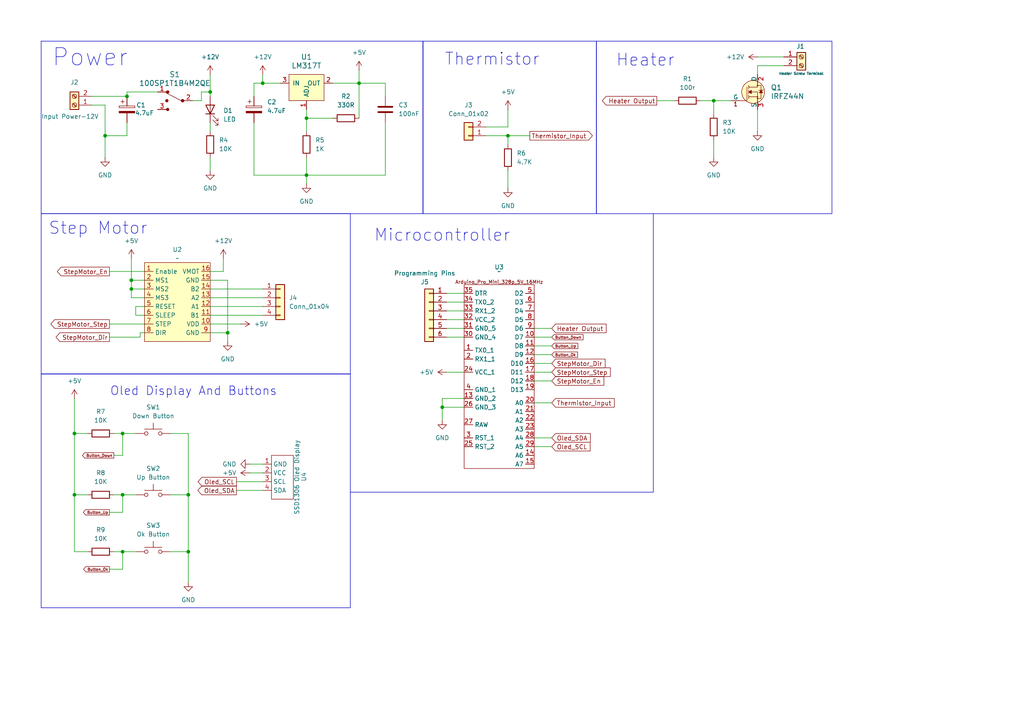
<source format=kicad_sch>
(kicad_sch
	(version 20231120)
	(generator "eeschema")
	(generator_version "8.0")
	(uuid "cf447b78-7bf2-4df6-8156-f3fdb0bc1052")
	(paper "A4")
	(lib_symbols
		(symbol "Arduino_Pro_Mini_5V_Board:Arduino_Pro_Mini_5V_Board"
			(exclude_from_sim no)
			(in_bom yes)
			(on_board yes)
			(property "Reference" "U"
				(at 0 2.794 0)
				(effects
					(font
						(size 1.27 1.27)
					)
				)
			)
			(property "Value" ""
				(at 0 0 0)
				(effects
					(font
						(size 1.27 1.27)
					)
				)
			)
			(property "Footprint" ""
				(at 0 0 0)
				(effects
					(font
						(size 1.27 1.27)
					)
					(hide yes)
				)
			)
			(property "Datasheet" ""
				(at 0 0 0)
				(effects
					(font
						(size 1.27 1.27)
					)
					(hide yes)
				)
			)
			(property "Description" ""
				(at 0 0 0)
				(effects
					(font
						(size 1.27 1.27)
					)
					(hide yes)
				)
			)
			(symbol "Arduino_Pro_Mini_5V_Board_0_1"
				(rectangle
					(start -10.16 0)
					(end 10.16 -53.34)
					(stroke
						(width 0)
						(type default)
					)
					(fill
						(type none)
					)
				)
			)
			(symbol "Arduino_Pro_Mini_5V_Board_1_1"
				(text "Arduino_Pro_Mini_328p_5V_16MHz"
					(at 0 0.762 0)
					(effects
						(font
							(size 1 1)
						)
					)
				)
				(pin input line
					(at -10.16 -19.05 0)
					(length 2.54)
					(name "TX0_1"
						(effects
							(font
								(size 1.27 1.27)
							)
						)
					)
					(number "1"
						(effects
							(font
								(size 1.27 1.27)
							)
						)
					)
				)
				(pin input line
					(at 10.16 -15.24 180)
					(length 2.54)
					(name "D7"
						(effects
							(font
								(size 1.27 1.27)
							)
						)
					)
					(number "10"
						(effects
							(font
								(size 1.27 1.27)
							)
						)
					)
				)
				(pin input line
					(at 10.16 -17.78 180)
					(length 2.54)
					(name "D8"
						(effects
							(font
								(size 1.27 1.27)
							)
						)
					)
					(number "11"
						(effects
							(font
								(size 1.27 1.27)
							)
						)
					)
				)
				(pin input line
					(at 10.16 -20.32 180)
					(length 2.54)
					(name "D9"
						(effects
							(font
								(size 1.27 1.27)
							)
						)
					)
					(number "12"
						(effects
							(font
								(size 1.27 1.27)
							)
						)
					)
				)
				(pin input line
					(at -10.16 -33.02 0)
					(length 2.54)
					(name "GND_2"
						(effects
							(font
								(size 1.27 1.27)
							)
						)
					)
					(number "13"
						(effects
							(font
								(size 1.27 1.27)
							)
						)
					)
				)
				(pin input line
					(at 10.16 -49.53 180)
					(length 2.54)
					(name "A6"
						(effects
							(font
								(size 1.27 1.27)
							)
						)
					)
					(number "14"
						(effects
							(font
								(size 1.27 1.27)
							)
						)
					)
				)
				(pin input line
					(at 10.16 -52.07 180)
					(length 2.54)
					(name "A7"
						(effects
							(font
								(size 1.27 1.27)
							)
						)
					)
					(number "15"
						(effects
							(font
								(size 1.27 1.27)
							)
						)
					)
				)
				(pin input line
					(at 10.16 -22.86 180)
					(length 2.54)
					(name "D10"
						(effects
							(font
								(size 1.27 1.27)
							)
						)
					)
					(number "16"
						(effects
							(font
								(size 1.27 1.27)
							)
						)
					)
				)
				(pin input line
					(at 10.16 -25.4 180)
					(length 2.54)
					(name "D11"
						(effects
							(font
								(size 1.27 1.27)
							)
						)
					)
					(number "17"
						(effects
							(font
								(size 1.27 1.27)
							)
						)
					)
				)
				(pin input line
					(at 10.16 -27.94 180)
					(length 2.54)
					(name "D12"
						(effects
							(font
								(size 1.27 1.27)
							)
						)
					)
					(number "18"
						(effects
							(font
								(size 1.27 1.27)
							)
						)
					)
				)
				(pin input line
					(at 10.16 -30.48 180)
					(length 2.54)
					(name "D13"
						(effects
							(font
								(size 1.27 1.27)
							)
						)
					)
					(number "19"
						(effects
							(font
								(size 1.27 1.27)
							)
						)
					)
				)
				(pin input line
					(at -10.16 -21.59 0)
					(length 2.54)
					(name "RX1_1"
						(effects
							(font
								(size 1.27 1.27)
							)
						)
					)
					(number "2"
						(effects
							(font
								(size 1.27 1.27)
							)
						)
					)
				)
				(pin input line
					(at 10.16 -34.29 180)
					(length 2.54)
					(name "A0"
						(effects
							(font
								(size 1.27 1.27)
							)
						)
					)
					(number "20"
						(effects
							(font
								(size 1.27 1.27)
							)
						)
					)
				)
				(pin input line
					(at 10.16 -36.83 180)
					(length 2.54)
					(name "A1"
						(effects
							(font
								(size 1.27 1.27)
							)
						)
					)
					(number "21"
						(effects
							(font
								(size 1.27 1.27)
							)
						)
					)
				)
				(pin input line
					(at 10.16 -39.37 180)
					(length 2.54)
					(name "A2"
						(effects
							(font
								(size 1.27 1.27)
							)
						)
					)
					(number "22"
						(effects
							(font
								(size 1.27 1.27)
							)
						)
					)
				)
				(pin input line
					(at 10.16 -41.91 180)
					(length 2.54)
					(name "A3"
						(effects
							(font
								(size 1.27 1.27)
							)
						)
					)
					(number "23"
						(effects
							(font
								(size 1.27 1.27)
							)
						)
					)
				)
				(pin input line
					(at -10.16 -25.4 0)
					(length 2.54)
					(name "VCC_1"
						(effects
							(font
								(size 1.27 1.27)
							)
						)
					)
					(number "24"
						(effects
							(font
								(size 1.27 1.27)
							)
						)
					)
				)
				(pin input line
					(at -10.16 -46.99 0)
					(length 2.54)
					(name "RST_2"
						(effects
							(font
								(size 1.27 1.27)
							)
						)
					)
					(number "25"
						(effects
							(font
								(size 1.27 1.27)
							)
						)
					)
				)
				(pin input line
					(at -10.16 -35.56 0)
					(length 2.54)
					(name "GND_3"
						(effects
							(font
								(size 1.27 1.27)
							)
						)
					)
					(number "26"
						(effects
							(font
								(size 1.27 1.27)
							)
						)
					)
				)
				(pin input line
					(at -10.16 -40.64 0)
					(length 2.54)
					(name "RAW"
						(effects
							(font
								(size 1.27 1.27)
							)
						)
					)
					(number "27"
						(effects
							(font
								(size 1.27 1.27)
							)
						)
					)
				)
				(pin input line
					(at 10.16 -44.45 180)
					(length 2.54)
					(name "A4"
						(effects
							(font
								(size 1.27 1.27)
							)
						)
					)
					(number "28"
						(effects
							(font
								(size 1.27 1.27)
							)
						)
					)
				)
				(pin input line
					(at 10.16 -46.99 180)
					(length 2.54)
					(name "A5"
						(effects
							(font
								(size 1.27 1.27)
							)
						)
					)
					(number "29"
						(effects
							(font
								(size 1.27 1.27)
							)
						)
					)
				)
				(pin input line
					(at -10.16 -44.45 0)
					(length 2.54)
					(name "RST_1"
						(effects
							(font
								(size 1.27 1.27)
							)
						)
					)
					(number "3"
						(effects
							(font
								(size 1.27 1.27)
							)
						)
					)
				)
				(pin input line
					(at -10.16 -15.24 0)
					(length 2.54)
					(name "GND_4"
						(effects
							(font
								(size 1.27 1.27)
							)
						)
					)
					(number "30"
						(effects
							(font
								(size 1.27 1.27)
							)
						)
					)
				)
				(pin input line
					(at -10.16 -12.7 0)
					(length 2.54)
					(name "GND_5"
						(effects
							(font
								(size 1.27 1.27)
							)
						)
					)
					(number "31"
						(effects
							(font
								(size 1.27 1.27)
							)
						)
					)
				)
				(pin input line
					(at -10.16 -10.16 0)
					(length 2.54)
					(name "VCC_2"
						(effects
							(font
								(size 1.27 1.27)
							)
						)
					)
					(number "32"
						(effects
							(font
								(size 1.27 1.27)
							)
						)
					)
				)
				(pin input line
					(at -10.16 -7.62 0)
					(length 2.54)
					(name "RX1_2"
						(effects
							(font
								(size 1.27 1.27)
							)
						)
					)
					(number "33"
						(effects
							(font
								(size 1.27 1.27)
							)
						)
					)
				)
				(pin input line
					(at -10.16 -5.08 0)
					(length 2.54)
					(name "TX0_2"
						(effects
							(font
								(size 1.27 1.27)
							)
						)
					)
					(number "34"
						(effects
							(font
								(size 1.27 1.27)
							)
						)
					)
				)
				(pin input line
					(at -10.16 -2.54 0)
					(length 2.54)
					(name "DTR"
						(effects
							(font
								(size 1.27 1.27)
							)
						)
					)
					(number "35"
						(effects
							(font
								(size 1.27 1.27)
							)
						)
					)
				)
				(pin input line
					(at -10.16 -30.48 0)
					(length 2.54)
					(name "GND_1"
						(effects
							(font
								(size 1.27 1.27)
							)
						)
					)
					(number "4"
						(effects
							(font
								(size 1.27 1.27)
							)
						)
					)
				)
				(pin input line
					(at 10.16 -2.54 180)
					(length 2.54)
					(name "D2"
						(effects
							(font
								(size 1.27 1.27)
							)
						)
					)
					(number "5"
						(effects
							(font
								(size 1.27 1.27)
							)
						)
					)
				)
				(pin input line
					(at 10.16 -5.08 180)
					(length 2.54)
					(name "D3"
						(effects
							(font
								(size 1.27 1.27)
							)
						)
					)
					(number "6"
						(effects
							(font
								(size 1.27 1.27)
							)
						)
					)
				)
				(pin input line
					(at 10.16 -7.62 180)
					(length 2.54)
					(name "D4"
						(effects
							(font
								(size 1.27 1.27)
							)
						)
					)
					(number "7"
						(effects
							(font
								(size 1.27 1.27)
							)
						)
					)
				)
				(pin input line
					(at 10.16 -10.16 180)
					(length 2.54)
					(name "D5"
						(effects
							(font
								(size 1.27 1.27)
							)
						)
					)
					(number "8"
						(effects
							(font
								(size 1.27 1.27)
							)
						)
					)
				)
				(pin input line
					(at 10.16 -12.7 180)
					(length 2.54)
					(name "D6"
						(effects
							(font
								(size 1.27 1.27)
							)
						)
					)
					(number "9"
						(effects
							(font
								(size 1.27 1.27)
							)
						)
					)
				)
			)
		)
		(symbol "Connector:Screw_Terminal_01x02"
			(pin_names
				(offset 1.016) hide)
			(exclude_from_sim no)
			(in_bom yes)
			(on_board yes)
			(property "Reference" "J"
				(at 0 2.54 0)
				(effects
					(font
						(size 1.27 1.27)
					)
				)
			)
			(property "Value" "Screw_Terminal_01x02"
				(at 0 -5.08 0)
				(effects
					(font
						(size 1.27 1.27)
					)
				)
			)
			(property "Footprint" ""
				(at 0 0 0)
				(effects
					(font
						(size 1.27 1.27)
					)
					(hide yes)
				)
			)
			(property "Datasheet" "~"
				(at 0 0 0)
				(effects
					(font
						(size 1.27 1.27)
					)
					(hide yes)
				)
			)
			(property "Description" "Generic screw terminal, single row, 01x02, script generated (kicad-library-utils/schlib/autogen/connector/)"
				(at 0 0 0)
				(effects
					(font
						(size 1.27 1.27)
					)
					(hide yes)
				)
			)
			(property "ki_keywords" "screw terminal"
				(at 0 0 0)
				(effects
					(font
						(size 1.27 1.27)
					)
					(hide yes)
				)
			)
			(property "ki_fp_filters" "TerminalBlock*:*"
				(at 0 0 0)
				(effects
					(font
						(size 1.27 1.27)
					)
					(hide yes)
				)
			)
			(symbol "Screw_Terminal_01x02_1_1"
				(rectangle
					(start -1.27 1.27)
					(end 1.27 -3.81)
					(stroke
						(width 0.254)
						(type default)
					)
					(fill
						(type background)
					)
				)
				(circle
					(center 0 -2.54)
					(radius 0.635)
					(stroke
						(width 0.1524)
						(type default)
					)
					(fill
						(type none)
					)
				)
				(polyline
					(pts
						(xy -0.5334 -2.2098) (xy 0.3302 -3.048)
					)
					(stroke
						(width 0.1524)
						(type default)
					)
					(fill
						(type none)
					)
				)
				(polyline
					(pts
						(xy -0.5334 0.3302) (xy 0.3302 -0.508)
					)
					(stroke
						(width 0.1524)
						(type default)
					)
					(fill
						(type none)
					)
				)
				(polyline
					(pts
						(xy -0.3556 -2.032) (xy 0.508 -2.8702)
					)
					(stroke
						(width 0.1524)
						(type default)
					)
					(fill
						(type none)
					)
				)
				(polyline
					(pts
						(xy -0.3556 0.508) (xy 0.508 -0.3302)
					)
					(stroke
						(width 0.1524)
						(type default)
					)
					(fill
						(type none)
					)
				)
				(circle
					(center 0 0)
					(radius 0.635)
					(stroke
						(width 0.1524)
						(type default)
					)
					(fill
						(type none)
					)
				)
				(pin passive line
					(at -5.08 0 0)
					(length 3.81)
					(name "Pin_1"
						(effects
							(font
								(size 1.27 1.27)
							)
						)
					)
					(number "1"
						(effects
							(font
								(size 1.27 1.27)
							)
						)
					)
				)
				(pin passive line
					(at -5.08 -2.54 0)
					(length 3.81)
					(name "Pin_2"
						(effects
							(font
								(size 1.27 1.27)
							)
						)
					)
					(number "2"
						(effects
							(font
								(size 1.27 1.27)
							)
						)
					)
				)
			)
		)
		(symbol "Connector_Generic:Conn_01x02"
			(pin_names
				(offset 1.016) hide)
			(exclude_from_sim no)
			(in_bom yes)
			(on_board yes)
			(property "Reference" "J"
				(at 0 2.54 0)
				(effects
					(font
						(size 1.27 1.27)
					)
				)
			)
			(property "Value" "Conn_01x02"
				(at 0 -5.08 0)
				(effects
					(font
						(size 1.27 1.27)
					)
				)
			)
			(property "Footprint" ""
				(at 0 0 0)
				(effects
					(font
						(size 1.27 1.27)
					)
					(hide yes)
				)
			)
			(property "Datasheet" "~"
				(at 0 0 0)
				(effects
					(font
						(size 1.27 1.27)
					)
					(hide yes)
				)
			)
			(property "Description" "Generic connector, single row, 01x02, script generated (kicad-library-utils/schlib/autogen/connector/)"
				(at 0 0 0)
				(effects
					(font
						(size 1.27 1.27)
					)
					(hide yes)
				)
			)
			(property "ki_keywords" "connector"
				(at 0 0 0)
				(effects
					(font
						(size 1.27 1.27)
					)
					(hide yes)
				)
			)
			(property "ki_fp_filters" "Connector*:*_1x??_*"
				(at 0 0 0)
				(effects
					(font
						(size 1.27 1.27)
					)
					(hide yes)
				)
			)
			(symbol "Conn_01x02_1_1"
				(rectangle
					(start -1.27 -2.413)
					(end 0 -2.667)
					(stroke
						(width 0.1524)
						(type default)
					)
					(fill
						(type none)
					)
				)
				(rectangle
					(start -1.27 0.127)
					(end 0 -0.127)
					(stroke
						(width 0.1524)
						(type default)
					)
					(fill
						(type none)
					)
				)
				(rectangle
					(start -1.27 1.27)
					(end 1.27 -3.81)
					(stroke
						(width 0.254)
						(type default)
					)
					(fill
						(type background)
					)
				)
				(pin passive line
					(at -5.08 0 0)
					(length 3.81)
					(name "Pin_1"
						(effects
							(font
								(size 1.27 1.27)
							)
						)
					)
					(number "1"
						(effects
							(font
								(size 1.27 1.27)
							)
						)
					)
				)
				(pin passive line
					(at -5.08 -2.54 0)
					(length 3.81)
					(name "Pin_2"
						(effects
							(font
								(size 1.27 1.27)
							)
						)
					)
					(number "2"
						(effects
							(font
								(size 1.27 1.27)
							)
						)
					)
				)
			)
		)
		(symbol "Connector_Generic:Conn_01x04"
			(pin_names
				(offset 1.016) hide)
			(exclude_from_sim no)
			(in_bom yes)
			(on_board yes)
			(property "Reference" "J"
				(at 0 5.08 0)
				(effects
					(font
						(size 1.27 1.27)
					)
				)
			)
			(property "Value" "Conn_01x04"
				(at 0 -7.62 0)
				(effects
					(font
						(size 1.27 1.27)
					)
				)
			)
			(property "Footprint" ""
				(at 0 0 0)
				(effects
					(font
						(size 1.27 1.27)
					)
					(hide yes)
				)
			)
			(property "Datasheet" "~"
				(at 0 0 0)
				(effects
					(font
						(size 1.27 1.27)
					)
					(hide yes)
				)
			)
			(property "Description" "Generic connector, single row, 01x04, script generated (kicad-library-utils/schlib/autogen/connector/)"
				(at 0 0 0)
				(effects
					(font
						(size 1.27 1.27)
					)
					(hide yes)
				)
			)
			(property "ki_keywords" "connector"
				(at 0 0 0)
				(effects
					(font
						(size 1.27 1.27)
					)
					(hide yes)
				)
			)
			(property "ki_fp_filters" "Connector*:*_1x??_*"
				(at 0 0 0)
				(effects
					(font
						(size 1.27 1.27)
					)
					(hide yes)
				)
			)
			(symbol "Conn_01x04_1_1"
				(rectangle
					(start -1.27 -4.953)
					(end 0 -5.207)
					(stroke
						(width 0.1524)
						(type default)
					)
					(fill
						(type none)
					)
				)
				(rectangle
					(start -1.27 -2.413)
					(end 0 -2.667)
					(stroke
						(width 0.1524)
						(type default)
					)
					(fill
						(type none)
					)
				)
				(rectangle
					(start -1.27 0.127)
					(end 0 -0.127)
					(stroke
						(width 0.1524)
						(type default)
					)
					(fill
						(type none)
					)
				)
				(rectangle
					(start -1.27 2.667)
					(end 0 2.413)
					(stroke
						(width 0.1524)
						(type default)
					)
					(fill
						(type none)
					)
				)
				(rectangle
					(start -1.27 3.81)
					(end 1.27 -6.35)
					(stroke
						(width 0.254)
						(type default)
					)
					(fill
						(type background)
					)
				)
				(pin passive line
					(at -5.08 2.54 0)
					(length 3.81)
					(name "Pin_1"
						(effects
							(font
								(size 1.27 1.27)
							)
						)
					)
					(number "1"
						(effects
							(font
								(size 1.27 1.27)
							)
						)
					)
				)
				(pin passive line
					(at -5.08 0 0)
					(length 3.81)
					(name "Pin_2"
						(effects
							(font
								(size 1.27 1.27)
							)
						)
					)
					(number "2"
						(effects
							(font
								(size 1.27 1.27)
							)
						)
					)
				)
				(pin passive line
					(at -5.08 -2.54 0)
					(length 3.81)
					(name "Pin_3"
						(effects
							(font
								(size 1.27 1.27)
							)
						)
					)
					(number "3"
						(effects
							(font
								(size 1.27 1.27)
							)
						)
					)
				)
				(pin passive line
					(at -5.08 -5.08 0)
					(length 3.81)
					(name "Pin_4"
						(effects
							(font
								(size 1.27 1.27)
							)
						)
					)
					(number "4"
						(effects
							(font
								(size 1.27 1.27)
							)
						)
					)
				)
			)
		)
		(symbol "Connector_Generic:Conn_01x06"
			(pin_names
				(offset 1.016) hide)
			(exclude_from_sim no)
			(in_bom yes)
			(on_board yes)
			(property "Reference" "J"
				(at 0 7.62 0)
				(effects
					(font
						(size 1.27 1.27)
					)
				)
			)
			(property "Value" "Conn_01x06"
				(at 0 -10.16 0)
				(effects
					(font
						(size 1.27 1.27)
					)
				)
			)
			(property "Footprint" ""
				(at 0 0 0)
				(effects
					(font
						(size 1.27 1.27)
					)
					(hide yes)
				)
			)
			(property "Datasheet" "~"
				(at 0 0 0)
				(effects
					(font
						(size 1.27 1.27)
					)
					(hide yes)
				)
			)
			(property "Description" "Generic connector, single row, 01x06, script generated (kicad-library-utils/schlib/autogen/connector/)"
				(at 0 0 0)
				(effects
					(font
						(size 1.27 1.27)
					)
					(hide yes)
				)
			)
			(property "ki_keywords" "connector"
				(at 0 0 0)
				(effects
					(font
						(size 1.27 1.27)
					)
					(hide yes)
				)
			)
			(property "ki_fp_filters" "Connector*:*_1x??_*"
				(at 0 0 0)
				(effects
					(font
						(size 1.27 1.27)
					)
					(hide yes)
				)
			)
			(symbol "Conn_01x06_1_1"
				(rectangle
					(start -1.27 -7.493)
					(end 0 -7.747)
					(stroke
						(width 0.1524)
						(type default)
					)
					(fill
						(type none)
					)
				)
				(rectangle
					(start -1.27 -4.953)
					(end 0 -5.207)
					(stroke
						(width 0.1524)
						(type default)
					)
					(fill
						(type none)
					)
				)
				(rectangle
					(start -1.27 -2.413)
					(end 0 -2.667)
					(stroke
						(width 0.1524)
						(type default)
					)
					(fill
						(type none)
					)
				)
				(rectangle
					(start -1.27 0.127)
					(end 0 -0.127)
					(stroke
						(width 0.1524)
						(type default)
					)
					(fill
						(type none)
					)
				)
				(rectangle
					(start -1.27 2.667)
					(end 0 2.413)
					(stroke
						(width 0.1524)
						(type default)
					)
					(fill
						(type none)
					)
				)
				(rectangle
					(start -1.27 5.207)
					(end 0 4.953)
					(stroke
						(width 0.1524)
						(type default)
					)
					(fill
						(type none)
					)
				)
				(rectangle
					(start -1.27 6.35)
					(end 1.27 -8.89)
					(stroke
						(width 0.254)
						(type default)
					)
					(fill
						(type background)
					)
				)
				(pin passive line
					(at -5.08 5.08 0)
					(length 3.81)
					(name "Pin_1"
						(effects
							(font
								(size 1.27 1.27)
							)
						)
					)
					(number "1"
						(effects
							(font
								(size 1.27 1.27)
							)
						)
					)
				)
				(pin passive line
					(at -5.08 2.54 0)
					(length 3.81)
					(name "Pin_2"
						(effects
							(font
								(size 1.27 1.27)
							)
						)
					)
					(number "2"
						(effects
							(font
								(size 1.27 1.27)
							)
						)
					)
				)
				(pin passive line
					(at -5.08 0 0)
					(length 3.81)
					(name "Pin_3"
						(effects
							(font
								(size 1.27 1.27)
							)
						)
					)
					(number "3"
						(effects
							(font
								(size 1.27 1.27)
							)
						)
					)
				)
				(pin passive line
					(at -5.08 -2.54 0)
					(length 3.81)
					(name "Pin_4"
						(effects
							(font
								(size 1.27 1.27)
							)
						)
					)
					(number "4"
						(effects
							(font
								(size 1.27 1.27)
							)
						)
					)
				)
				(pin passive line
					(at -5.08 -5.08 0)
					(length 3.81)
					(name "Pin_5"
						(effects
							(font
								(size 1.27 1.27)
							)
						)
					)
					(number "5"
						(effects
							(font
								(size 1.27 1.27)
							)
						)
					)
				)
				(pin passive line
					(at -5.08 -7.62 0)
					(length 3.81)
					(name "Pin_6"
						(effects
							(font
								(size 1.27 1.27)
							)
						)
					)
					(number "6"
						(effects
							(font
								(size 1.27 1.27)
							)
						)
					)
				)
			)
		)
		(symbol "Device:C"
			(pin_numbers hide)
			(pin_names
				(offset 0.254)
			)
			(exclude_from_sim no)
			(in_bom yes)
			(on_board yes)
			(property "Reference" "C"
				(at 0.635 2.54 0)
				(effects
					(font
						(size 1.27 1.27)
					)
					(justify left)
				)
			)
			(property "Value" "C"
				(at 0.635 -2.54 0)
				(effects
					(font
						(size 1.27 1.27)
					)
					(justify left)
				)
			)
			(property "Footprint" ""
				(at 0.9652 -3.81 0)
				(effects
					(font
						(size 1.27 1.27)
					)
					(hide yes)
				)
			)
			(property "Datasheet" "~"
				(at 0 0 0)
				(effects
					(font
						(size 1.27 1.27)
					)
					(hide yes)
				)
			)
			(property "Description" "Unpolarized capacitor"
				(at 0 0 0)
				(effects
					(font
						(size 1.27 1.27)
					)
					(hide yes)
				)
			)
			(property "ki_keywords" "cap capacitor"
				(at 0 0 0)
				(effects
					(font
						(size 1.27 1.27)
					)
					(hide yes)
				)
			)
			(property "ki_fp_filters" "C_*"
				(at 0 0 0)
				(effects
					(font
						(size 1.27 1.27)
					)
					(hide yes)
				)
			)
			(symbol "C_0_1"
				(polyline
					(pts
						(xy -2.032 -0.762) (xy 2.032 -0.762)
					)
					(stroke
						(width 0.508)
						(type default)
					)
					(fill
						(type none)
					)
				)
				(polyline
					(pts
						(xy -2.032 0.762) (xy 2.032 0.762)
					)
					(stroke
						(width 0.508)
						(type default)
					)
					(fill
						(type none)
					)
				)
			)
			(symbol "C_1_1"
				(pin passive line
					(at 0 3.81 270)
					(length 2.794)
					(name "~"
						(effects
							(font
								(size 1.27 1.27)
							)
						)
					)
					(number "1"
						(effects
							(font
								(size 1.27 1.27)
							)
						)
					)
				)
				(pin passive line
					(at 0 -3.81 90)
					(length 2.794)
					(name "~"
						(effects
							(font
								(size 1.27 1.27)
							)
						)
					)
					(number "2"
						(effects
							(font
								(size 1.27 1.27)
							)
						)
					)
				)
			)
		)
		(symbol "Device:C_Polarized"
			(pin_numbers hide)
			(pin_names
				(offset 0.254)
			)
			(exclude_from_sim no)
			(in_bom yes)
			(on_board yes)
			(property "Reference" "C"
				(at 0.635 2.54 0)
				(effects
					(font
						(size 1.27 1.27)
					)
					(justify left)
				)
			)
			(property "Value" "C_Polarized"
				(at 0.635 -2.54 0)
				(effects
					(font
						(size 1.27 1.27)
					)
					(justify left)
				)
			)
			(property "Footprint" ""
				(at 0.9652 -3.81 0)
				(effects
					(font
						(size 1.27 1.27)
					)
					(hide yes)
				)
			)
			(property "Datasheet" "~"
				(at 0 0 0)
				(effects
					(font
						(size 1.27 1.27)
					)
					(hide yes)
				)
			)
			(property "Description" "Polarized capacitor"
				(at 0 0 0)
				(effects
					(font
						(size 1.27 1.27)
					)
					(hide yes)
				)
			)
			(property "ki_keywords" "cap capacitor"
				(at 0 0 0)
				(effects
					(font
						(size 1.27 1.27)
					)
					(hide yes)
				)
			)
			(property "ki_fp_filters" "CP_*"
				(at 0 0 0)
				(effects
					(font
						(size 1.27 1.27)
					)
					(hide yes)
				)
			)
			(symbol "C_Polarized_0_1"
				(rectangle
					(start -2.286 0.508)
					(end 2.286 1.016)
					(stroke
						(width 0)
						(type default)
					)
					(fill
						(type none)
					)
				)
				(polyline
					(pts
						(xy -1.778 2.286) (xy -0.762 2.286)
					)
					(stroke
						(width 0)
						(type default)
					)
					(fill
						(type none)
					)
				)
				(polyline
					(pts
						(xy -1.27 2.794) (xy -1.27 1.778)
					)
					(stroke
						(width 0)
						(type default)
					)
					(fill
						(type none)
					)
				)
				(rectangle
					(start 2.286 -0.508)
					(end -2.286 -1.016)
					(stroke
						(width 0)
						(type default)
					)
					(fill
						(type outline)
					)
				)
			)
			(symbol "C_Polarized_1_1"
				(pin passive line
					(at 0 3.81 270)
					(length 2.794)
					(name "~"
						(effects
							(font
								(size 1.27 1.27)
							)
						)
					)
					(number "1"
						(effects
							(font
								(size 1.27 1.27)
							)
						)
					)
				)
				(pin passive line
					(at 0 -3.81 90)
					(length 2.794)
					(name "~"
						(effects
							(font
								(size 1.27 1.27)
							)
						)
					)
					(number "2"
						(effects
							(font
								(size 1.27 1.27)
							)
						)
					)
				)
			)
		)
		(symbol "Device:LED"
			(pin_numbers hide)
			(pin_names
				(offset 1.016) hide)
			(exclude_from_sim no)
			(in_bom yes)
			(on_board yes)
			(property "Reference" "D"
				(at 0 2.54 0)
				(effects
					(font
						(size 1.27 1.27)
					)
				)
			)
			(property "Value" "LED"
				(at 0 -2.54 0)
				(effects
					(font
						(size 1.27 1.27)
					)
				)
			)
			(property "Footprint" ""
				(at 0 0 0)
				(effects
					(font
						(size 1.27 1.27)
					)
					(hide yes)
				)
			)
			(property "Datasheet" "~"
				(at 0 0 0)
				(effects
					(font
						(size 1.27 1.27)
					)
					(hide yes)
				)
			)
			(property "Description" "Light emitting diode"
				(at 0 0 0)
				(effects
					(font
						(size 1.27 1.27)
					)
					(hide yes)
				)
			)
			(property "ki_keywords" "LED diode"
				(at 0 0 0)
				(effects
					(font
						(size 1.27 1.27)
					)
					(hide yes)
				)
			)
			(property "ki_fp_filters" "LED* LED_SMD:* LED_THT:*"
				(at 0 0 0)
				(effects
					(font
						(size 1.27 1.27)
					)
					(hide yes)
				)
			)
			(symbol "LED_0_1"
				(polyline
					(pts
						(xy -1.27 -1.27) (xy -1.27 1.27)
					)
					(stroke
						(width 0.254)
						(type default)
					)
					(fill
						(type none)
					)
				)
				(polyline
					(pts
						(xy -1.27 0) (xy 1.27 0)
					)
					(stroke
						(width 0)
						(type default)
					)
					(fill
						(type none)
					)
				)
				(polyline
					(pts
						(xy 1.27 -1.27) (xy 1.27 1.27) (xy -1.27 0) (xy 1.27 -1.27)
					)
					(stroke
						(width 0.254)
						(type default)
					)
					(fill
						(type none)
					)
				)
				(polyline
					(pts
						(xy -3.048 -0.762) (xy -4.572 -2.286) (xy -3.81 -2.286) (xy -4.572 -2.286) (xy -4.572 -1.524)
					)
					(stroke
						(width 0)
						(type default)
					)
					(fill
						(type none)
					)
				)
				(polyline
					(pts
						(xy -1.778 -0.762) (xy -3.302 -2.286) (xy -2.54 -2.286) (xy -3.302 -2.286) (xy -3.302 -1.524)
					)
					(stroke
						(width 0)
						(type default)
					)
					(fill
						(type none)
					)
				)
			)
			(symbol "LED_1_1"
				(pin passive line
					(at -3.81 0 0)
					(length 2.54)
					(name "K"
						(effects
							(font
								(size 1.27 1.27)
							)
						)
					)
					(number "1"
						(effects
							(font
								(size 1.27 1.27)
							)
						)
					)
				)
				(pin passive line
					(at 3.81 0 180)
					(length 2.54)
					(name "A"
						(effects
							(font
								(size 1.27 1.27)
							)
						)
					)
					(number "2"
						(effects
							(font
								(size 1.27 1.27)
							)
						)
					)
				)
			)
		)
		(symbol "Device:R"
			(pin_numbers hide)
			(pin_names
				(offset 0)
			)
			(exclude_from_sim no)
			(in_bom yes)
			(on_board yes)
			(property "Reference" "R"
				(at 2.032 0 90)
				(effects
					(font
						(size 1.27 1.27)
					)
				)
			)
			(property "Value" "R"
				(at 0 0 90)
				(effects
					(font
						(size 1.27 1.27)
					)
				)
			)
			(property "Footprint" ""
				(at -1.778 0 90)
				(effects
					(font
						(size 1.27 1.27)
					)
					(hide yes)
				)
			)
			(property "Datasheet" "~"
				(at 0 0 0)
				(effects
					(font
						(size 1.27 1.27)
					)
					(hide yes)
				)
			)
			(property "Description" "Resistor"
				(at 0 0 0)
				(effects
					(font
						(size 1.27 1.27)
					)
					(hide yes)
				)
			)
			(property "ki_keywords" "R res resistor"
				(at 0 0 0)
				(effects
					(font
						(size 1.27 1.27)
					)
					(hide yes)
				)
			)
			(property "ki_fp_filters" "R_*"
				(at 0 0 0)
				(effects
					(font
						(size 1.27 1.27)
					)
					(hide yes)
				)
			)
			(symbol "R_0_1"
				(rectangle
					(start -1.016 -2.54)
					(end 1.016 2.54)
					(stroke
						(width 0.254)
						(type default)
					)
					(fill
						(type none)
					)
				)
			)
			(symbol "R_1_1"
				(pin passive line
					(at 0 3.81 270)
					(length 1.27)
					(name "~"
						(effects
							(font
								(size 1.27 1.27)
							)
						)
					)
					(number "1"
						(effects
							(font
								(size 1.27 1.27)
							)
						)
					)
				)
				(pin passive line
					(at 0 -3.81 90)
					(length 1.27)
					(name "~"
						(effects
							(font
								(size 1.27 1.27)
							)
						)
					)
					(number "2"
						(effects
							(font
								(size 1.27 1.27)
							)
						)
					)
				)
			)
		)
		(symbol "Lib-A4988_Board:A4988_Board"
			(exclude_from_sim no)
			(in_bom yes)
			(on_board yes)
			(property "Reference" "U"
				(at 9.398 0.762 0)
				(effects
					(font
						(size 1.27 1.27)
					)
				)
			)
			(property "Value" ""
				(at 3.81 0 0)
				(effects
					(font
						(size 1.27 1.27)
					)
				)
			)
			(property "Footprint" ""
				(at 3.81 0 0)
				(effects
					(font
						(size 1.27 1.27)
					)
					(hide yes)
				)
			)
			(property "Datasheet" ""
				(at 3.81 0 0)
				(effects
					(font
						(size 1.27 1.27)
					)
					(hide yes)
				)
			)
			(property "Description" ""
				(at 3.81 0 0)
				(effects
					(font
						(size 1.27 1.27)
					)
					(hide yes)
				)
			)
			(symbol "A4988_Board_1_1"
				(rectangle
					(start 0 0)
					(end 19.05 -22.86)
					(stroke
						(width 0)
						(type default)
					)
					(fill
						(type background)
					)
				)
				(pin input line
					(at 0 -2.54 0)
					(length 2.54)
					(name "Enable"
						(effects
							(font
								(size 1.27 1.27)
							)
						)
					)
					(number "1"
						(effects
							(font
								(size 1.27 1.27)
							)
						)
					)
				)
				(pin input line
					(at 19.05 -17.78 180)
					(length 2.54)
					(name "VDD"
						(effects
							(font
								(size 1.27 1.27)
							)
						)
					)
					(number "10"
						(effects
							(font
								(size 1.27 1.27)
							)
						)
					)
				)
				(pin input line
					(at 19.05 -15.24 180)
					(length 2.54)
					(name "B1"
						(effects
							(font
								(size 1.27 1.27)
							)
						)
					)
					(number "11"
						(effects
							(font
								(size 1.27 1.27)
							)
						)
					)
				)
				(pin input line
					(at 19.05 -12.7 180)
					(length 2.54)
					(name "A1"
						(effects
							(font
								(size 1.27 1.27)
							)
						)
					)
					(number "12"
						(effects
							(font
								(size 1.27 1.27)
							)
						)
					)
				)
				(pin input line
					(at 19.05 -10.16 180)
					(length 2.54)
					(name "A2"
						(effects
							(font
								(size 1.27 1.27)
							)
						)
					)
					(number "13"
						(effects
							(font
								(size 1.27 1.27)
							)
						)
					)
				)
				(pin input line
					(at 19.05 -7.62 180)
					(length 2.54)
					(name "B2"
						(effects
							(font
								(size 1.27 1.27)
							)
						)
					)
					(number "14"
						(effects
							(font
								(size 1.27 1.27)
							)
						)
					)
				)
				(pin input line
					(at 19.05 -5.08 180)
					(length 2.54)
					(name "GND"
						(effects
							(font
								(size 1.27 1.27)
							)
						)
					)
					(number "15"
						(effects
							(font
								(size 1.27 1.27)
							)
						)
					)
				)
				(pin input line
					(at 19.05 -2.54 180)
					(length 2.54)
					(name "VMOT"
						(effects
							(font
								(size 1.27 1.27)
							)
						)
					)
					(number "16"
						(effects
							(font
								(size 1.27 1.27)
							)
						)
					)
				)
				(pin input line
					(at 0 -5.08 0)
					(length 2.54)
					(name "MS1"
						(effects
							(font
								(size 1.27 1.27)
							)
						)
					)
					(number "2"
						(effects
							(font
								(size 1.27 1.27)
							)
						)
					)
				)
				(pin input line
					(at 0 -7.62 0)
					(length 2.54)
					(name "MS2"
						(effects
							(font
								(size 1.27 1.27)
							)
						)
					)
					(number "3"
						(effects
							(font
								(size 1.27 1.27)
							)
						)
					)
				)
				(pin input line
					(at 0 -10.16 0)
					(length 2.54)
					(name "MS3"
						(effects
							(font
								(size 1.27 1.27)
							)
						)
					)
					(number "4"
						(effects
							(font
								(size 1.27 1.27)
							)
						)
					)
				)
				(pin input line
					(at 0 -12.7 0)
					(length 2.54)
					(name "RESET"
						(effects
							(font
								(size 1.27 1.27)
							)
						)
					)
					(number "5"
						(effects
							(font
								(size 1.27 1.27)
							)
						)
					)
				)
				(pin input line
					(at 0 -15.24 0)
					(length 2.54)
					(name "SLEEP"
						(effects
							(font
								(size 1.27 1.27)
							)
						)
					)
					(number "6"
						(effects
							(font
								(size 1.27 1.27)
							)
						)
					)
				)
				(pin input line
					(at 0 -17.78 0)
					(length 2.54)
					(name "STEP"
						(effects
							(font
								(size 1.27 1.27)
							)
						)
					)
					(number "7"
						(effects
							(font
								(size 1.27 1.27)
							)
						)
					)
				)
				(pin input line
					(at 0 -20.32 0)
					(length 2.54)
					(name "DIR"
						(effects
							(font
								(size 1.27 1.27)
							)
						)
					)
					(number "8"
						(effects
							(font
								(size 1.27 1.27)
							)
						)
					)
				)
				(pin input line
					(at 19.05 -20.32 180)
					(length 2.54)
					(name "GND"
						(effects
							(font
								(size 1.27 1.27)
							)
						)
					)
					(number "9"
						(effects
							(font
								(size 1.27 1.27)
							)
						)
					)
				)
			)
		)
		(symbol "Lib-SSD1306-Oled-I2C-128x64:SSD1306-Oled-I2C-128x64"
			(exclude_from_sim no)
			(in_bom yes)
			(on_board yes)
			(property "Reference" "U"
				(at 0 1.27 0)
				(effects
					(font
						(size 1.27 1.27)
					)
				)
			)
			(property "Value" ""
				(at 0 0 0)
				(effects
					(font
						(size 1.27 1.27)
					)
				)
			)
			(property "Footprint" ""
				(at 0 0 0)
				(effects
					(font
						(size 1.27 1.27)
					)
					(hide yes)
				)
			)
			(property "Datasheet" ""
				(at 0 0 0)
				(effects
					(font
						(size 1.27 1.27)
					)
					(hide yes)
				)
			)
			(property "Description" ""
				(at 0 0 0)
				(effects
					(font
						(size 1.27 1.27)
					)
					(hide yes)
				)
			)
			(symbol "SSD1306-Oled-I2C-128x64_0_1"
				(rectangle
					(start -6.35 0)
					(end 6.35 -6.35)
					(stroke
						(width 0)
						(type default)
					)
					(fill
						(type none)
					)
				)
			)
			(symbol "SSD1306-Oled-I2C-128x64_1_1"
				(pin input line
					(at -3.81 -8.89 90)
					(length 2.54)
					(name "GND"
						(effects
							(font
								(size 1.27 1.27)
							)
						)
					)
					(number "1"
						(effects
							(font
								(size 1.27 1.27)
							)
						)
					)
				)
				(pin input line
					(at -1.27 -8.89 90)
					(length 2.54)
					(name "VCC"
						(effects
							(font
								(size 1.27 1.27)
							)
						)
					)
					(number "2"
						(effects
							(font
								(size 1.27 1.27)
							)
						)
					)
				)
				(pin input line
					(at 1.27 -8.89 90)
					(length 2.54)
					(name "SCL"
						(effects
							(font
								(size 1.27 1.27)
							)
						)
					)
					(number "3"
						(effects
							(font
								(size 1.27 1.27)
							)
						)
					)
				)
				(pin input line
					(at 3.81 -8.89 90)
					(length 2.54)
					(name "SDA"
						(effects
							(font
								(size 1.27 1.27)
							)
						)
					)
					(number "4"
						(effects
							(font
								(size 1.27 1.27)
							)
						)
					)
				)
			)
		)
		(symbol "Switch:SW_Push"
			(pin_numbers hide)
			(pin_names
				(offset 1.016) hide)
			(exclude_from_sim no)
			(in_bom yes)
			(on_board yes)
			(property "Reference" "SW"
				(at 1.27 2.54 0)
				(effects
					(font
						(size 1.27 1.27)
					)
					(justify left)
				)
			)
			(property "Value" "SW_Push"
				(at 0 -1.524 0)
				(effects
					(font
						(size 1.27 1.27)
					)
				)
			)
			(property "Footprint" ""
				(at 0 5.08 0)
				(effects
					(font
						(size 1.27 1.27)
					)
					(hide yes)
				)
			)
			(property "Datasheet" "~"
				(at 0 5.08 0)
				(effects
					(font
						(size 1.27 1.27)
					)
					(hide yes)
				)
			)
			(property "Description" "Push button switch, generic, two pins"
				(at 0 0 0)
				(effects
					(font
						(size 1.27 1.27)
					)
					(hide yes)
				)
			)
			(property "ki_keywords" "switch normally-open pushbutton push-button"
				(at 0 0 0)
				(effects
					(font
						(size 1.27 1.27)
					)
					(hide yes)
				)
			)
			(symbol "SW_Push_0_1"
				(circle
					(center -2.032 0)
					(radius 0.508)
					(stroke
						(width 0)
						(type default)
					)
					(fill
						(type none)
					)
				)
				(polyline
					(pts
						(xy 0 1.27) (xy 0 3.048)
					)
					(stroke
						(width 0)
						(type default)
					)
					(fill
						(type none)
					)
				)
				(polyline
					(pts
						(xy 2.54 1.27) (xy -2.54 1.27)
					)
					(stroke
						(width 0)
						(type default)
					)
					(fill
						(type none)
					)
				)
				(circle
					(center 2.032 0)
					(radius 0.508)
					(stroke
						(width 0)
						(type default)
					)
					(fill
						(type none)
					)
				)
				(pin passive line
					(at -5.08 0 0)
					(length 2.54)
					(name "1"
						(effects
							(font
								(size 1.27 1.27)
							)
						)
					)
					(number "1"
						(effects
							(font
								(size 1.27 1.27)
							)
						)
					)
				)
				(pin passive line
					(at 5.08 0 180)
					(length 2.54)
					(name "2"
						(effects
							(font
								(size 1.27 1.27)
							)
						)
					)
					(number "2"
						(effects
							(font
								(size 1.27 1.27)
							)
						)
					)
				)
			)
		)
		(symbol "dk_PMIC-Voltage-Regulators-Linear:LM317T"
			(pin_names
				(offset 1.016)
			)
			(exclude_from_sim no)
			(in_bom yes)
			(on_board yes)
			(property "Reference" "U"
				(at 0 3.81 0)
				(effects
					(font
						(size 1.524 1.524)
					)
				)
			)
			(property "Value" "LM317T"
				(at 0 6.35 0)
				(effects
					(font
						(size 1.524 1.524)
					)
				)
			)
			(property "Footprint" "digikey-footprints:TO-220-3"
				(at 5.08 5.08 0)
				(effects
					(font
						(size 1.524 1.524)
					)
					(justify left)
					(hide yes)
				)
			)
			(property "Datasheet" "http://www.st.com/content/ccc/resource/technical/document/datasheet/group1/a0/db/e6/9b/6f/9c/45/7b/CD00000455/files/CD00000455.pdf/jcr:content/translations/en.CD00000455.pdf"
				(at 5.08 7.62 0)
				(effects
					(font
						(size 1.524 1.524)
					)
					(justify left)
					(hide yes)
				)
			)
			(property "Description" "IC REG LIN POS ADJ 1.5A TO220AB"
				(at 5.08 10.16 0)
				(effects
					(font
						(size 1.524 1.524)
					)
					(justify left)
					(hide yes)
				)
			)
			(property "MPN" "LM317T"
				(at 5.08 12.7 0)
				(effects
					(font
						(size 1.524 1.524)
					)
					(justify left)
					(hide yes)
				)
			)
			(property "Category" "Integrated Circuits (ICs)"
				(at 5.08 15.24 0)
				(effects
					(font
						(size 1.524 1.524)
					)
					(justify left)
					(hide yes)
				)
			)
			(property "Family" "PMIC - Voltage Regulators - Linear"
				(at 5.08 17.78 0)
				(effects
					(font
						(size 1.524 1.524)
					)
					(justify left)
					(hide yes)
				)
			)
			(property "DK_Datasheet_Link" "http://www.st.com/content/ccc/resource/technical/document/datasheet/group1/a0/db/e6/9b/6f/9c/45/7b/CD00000455/files/CD00000455.pdf/jcr:content/translations/en.CD00000455.pdf"
				(at 5.08 20.32 0)
				(effects
					(font
						(size 1.524 1.524)
					)
					(justify left)
					(hide yes)
				)
			)
			(property "DK_Detail_Page" "/product-detail/en/stmicroelectronics/LM317T/497-1575-5-ND/591677"
				(at 5.08 22.86 0)
				(effects
					(font
						(size 1.524 1.524)
					)
					(justify left)
					(hide yes)
				)
			)
			(property "Description_1" "IC REG LIN POS ADJ 1.5A TO220AB"
				(at 5.08 25.4 0)
				(effects
					(font
						(size 1.524 1.524)
					)
					(justify left)
					(hide yes)
				)
			)
			(property "Manufacturer" "STMicroelectronics"
				(at 5.08 27.94 0)
				(effects
					(font
						(size 1.524 1.524)
					)
					(justify left)
					(hide yes)
				)
			)
			(property "Status" "Active"
				(at 5.08 30.48 0)
				(effects
					(font
						(size 1.524 1.524)
					)
					(justify left)
					(hide yes)
				)
			)
			(property "ki_keywords" "497-1575-5-ND"
				(at 0 0 0)
				(effects
					(font
						(size 1.27 1.27)
					)
					(hide yes)
				)
			)
			(symbol "LM317T_0_1"
				(rectangle
					(start -5.08 2.54)
					(end 5.08 -5.08)
					(stroke
						(width 0)
						(type solid)
					)
					(fill
						(type background)
					)
				)
			)
			(symbol "LM317T_1_1"
				(pin input line
					(at 0 -7.62 90)
					(length 2.54)
					(name "ADJ"
						(effects
							(font
								(size 1.27 1.27)
							)
						)
					)
					(number "1"
						(effects
							(font
								(size 1.27 1.27)
							)
						)
					)
				)
				(pin power_out line
					(at 7.62 0 180)
					(length 2.54)
					(name "OUT"
						(effects
							(font
								(size 1.27 1.27)
							)
						)
					)
					(number "2"
						(effects
							(font
								(size 1.27 1.27)
							)
						)
					)
				)
				(pin power_in line
					(at -7.62 0 0)
					(length 2.54)
					(name "IN"
						(effects
							(font
								(size 1.27 1.27)
							)
						)
					)
					(number "3"
						(effects
							(font
								(size 1.27 1.27)
							)
						)
					)
				)
			)
		)
		(symbol "dk_Toggle-Switches:100SP1T1B4M2QE"
			(pin_names
				(offset 0) hide)
			(exclude_from_sim no)
			(in_bom yes)
			(on_board yes)
			(property "Reference" "S"
				(at -3.81 2.54 0)
				(effects
					(font
						(size 1.524 1.524)
					)
				)
			)
			(property "Value" "100SP1T1B4M2QE"
				(at 0 -5.715 0)
				(effects
					(font
						(size 1.524 1.524)
					)
				)
			)
			(property "Footprint" "digikey-footprints:Toggle_Switch_100SP1T1B4M2QE"
				(at 5.08 5.08 0)
				(effects
					(font
						(size 1.524 1.524)
					)
					(justify left)
					(hide yes)
				)
			)
			(property "Datasheet" "http://spec_sheets.e-switch.com/specs/T111597.pdf"
				(at 5.08 7.62 0)
				(effects
					(font
						(size 1.524 1.524)
					)
					(justify left)
					(hide yes)
				)
			)
			(property "Description" "SWITCH TOGGLE SPDT 5A 120V"
				(at 5.08 10.16 0)
				(effects
					(font
						(size 1.524 1.524)
					)
					(justify left)
					(hide yes)
				)
			)
			(property "MPN" "100SP1T1B4M2QE"
				(at 5.08 12.7 0)
				(effects
					(font
						(size 1.524 1.524)
					)
					(justify left)
					(hide yes)
				)
			)
			(property "Category" "Switches"
				(at 5.08 15.24 0)
				(effects
					(font
						(size 1.524 1.524)
					)
					(justify left)
					(hide yes)
				)
			)
			(property "Family" "Toggle Switches"
				(at 5.08 17.78 0)
				(effects
					(font
						(size 1.524 1.524)
					)
					(justify left)
					(hide yes)
				)
			)
			(property "DK_Datasheet_Link" "http://spec_sheets.e-switch.com/specs/T111597.pdf"
				(at 5.08 20.32 0)
				(effects
					(font
						(size 1.524 1.524)
					)
					(justify left)
					(hide yes)
				)
			)
			(property "DK_Detail_Page" "/product-detail/en/e-switch/100SP1T1B4M2QE/EG2355-ND/378824"
				(at 5.08 22.86 0)
				(effects
					(font
						(size 1.524 1.524)
					)
					(justify left)
					(hide yes)
				)
			)
			(property "Description_1" "SWITCH TOGGLE SPDT 5A 120V"
				(at 5.08 25.4 0)
				(effects
					(font
						(size 1.524 1.524)
					)
					(justify left)
					(hide yes)
				)
			)
			(property "Manufacturer" "E-Switch"
				(at 5.08 27.94 0)
				(effects
					(font
						(size 1.524 1.524)
					)
					(justify left)
					(hide yes)
				)
			)
			(property "Status" "Active"
				(at 5.08 30.48 0)
				(effects
					(font
						(size 1.524 1.524)
					)
					(justify left)
					(hide yes)
				)
			)
			(property "ki_keywords" "EG2355-ND 100"
				(at 0 0 0)
				(effects
					(font
						(size 1.27 1.27)
					)
					(hide yes)
				)
			)
			(symbol "100SP1T1B4M2QE_0_1"
				(circle
					(center -2.159 0)
					(radius 0.4064)
					(stroke
						(width 0)
						(type solid)
					)
					(fill
						(type outline)
					)
				)
				(polyline
					(pts
						(xy 2.667 2.286) (xy -1.778 0)
					)
					(stroke
						(width 0)
						(type solid)
					)
					(fill
						(type none)
					)
				)
				(circle
					(center 2.159 -2.54)
					(radius 0.381)
					(stroke
						(width 0)
						(type solid)
					)
					(fill
						(type outline)
					)
				)
				(circle
					(center 2.159 2.54)
					(radius 0.381)
					(stroke
						(width 0)
						(type solid)
					)
					(fill
						(type outline)
					)
				)
				(circle
					(center 2.413 0)
					(radius 0.381)
					(stroke
						(width 0)
						(type solid)
					)
					(fill
						(type outline)
					)
				)
			)
			(symbol "100SP1T1B4M2QE_1_1"
				(pin passive line
					(at 5.08 2.54 180)
					(length 2.54)
					(name "~"
						(effects
							(font
								(size 1.27 1.27)
							)
						)
					)
					(number "1"
						(effects
							(font
								(size 1.27 1.27)
							)
						)
					)
				)
				(pin passive line
					(at -5.08 0 0)
					(length 2.54)
					(name "Com"
						(effects
							(font
								(size 1.27 1.27)
							)
						)
					)
					(number "2"
						(effects
							(font
								(size 1.27 1.27)
							)
						)
					)
				)
				(pin passive line
					(at 5.08 -2.54 180)
					(length 2.54)
					(name "~"
						(effects
							(font
								(size 1.27 1.27)
							)
						)
					)
					(number "3"
						(effects
							(font
								(size 1.27 1.27)
							)
						)
					)
				)
			)
		)
		(symbol "dk_Transistors-FETs-MOSFETs-Single:IRF540NPBF"
			(pin_names
				(offset 0)
			)
			(exclude_from_sim no)
			(in_bom yes)
			(on_board yes)
			(property "Reference" "Q"
				(at -2.6924 3.6322 0)
				(effects
					(font
						(size 1.524 1.524)
					)
					(justify right)
				)
			)
			(property "Value" "IRF540NPBF"
				(at 3.4544 0 90)
				(effects
					(font
						(size 1.524 1.524)
					)
				)
			)
			(property "Footprint" "digikey-footprints:TO-220-3"
				(at 5.08 5.08 0)
				(effects
					(font
						(size 1.524 1.524)
					)
					(justify left)
					(hide yes)
				)
			)
			(property "Datasheet" "https://www.infineon.com/dgdl/irf540npbf.pdf?fileId=5546d462533600a4015355e39f0d19a1"
				(at 5.08 7.62 0)
				(effects
					(font
						(size 1.524 1.524)
					)
					(justify left)
					(hide yes)
				)
			)
			(property "Description" "MOSFET N-CH 100V 33A TO-220AB"
				(at 5.08 10.16 0)
				(effects
					(font
						(size 1.524 1.524)
					)
					(justify left)
					(hide yes)
				)
			)
			(property "MPN" "IRF540NPBF"
				(at 5.08 12.7 0)
				(effects
					(font
						(size 1.524 1.524)
					)
					(justify left)
					(hide yes)
				)
			)
			(property "Category" "Discrete Semiconductor Products"
				(at 5.08 15.24 0)
				(effects
					(font
						(size 1.524 1.524)
					)
					(justify left)
					(hide yes)
				)
			)
			(property "Family" "Transistors - FETs, MOSFETs - Single"
				(at 5.08 17.78 0)
				(effects
					(font
						(size 1.524 1.524)
					)
					(justify left)
					(hide yes)
				)
			)
			(property "DK_Datasheet_Link" "https://www.infineon.com/dgdl/irf540npbf.pdf?fileId=5546d462533600a4015355e39f0d19a1"
				(at 5.08 20.32 0)
				(effects
					(font
						(size 1.524 1.524)
					)
					(justify left)
					(hide yes)
				)
			)
			(property "DK_Detail_Page" "/product-detail/en/infineon-technologies/IRF540NPBF/IRF540NPBF-ND/811869"
				(at 5.08 22.86 0)
				(effects
					(font
						(size 1.524 1.524)
					)
					(justify left)
					(hide yes)
				)
			)
			(property "Description_1" "MOSFET N-CH 100V 33A TO-220AB"
				(at 5.08 25.4 0)
				(effects
					(font
						(size 1.524 1.524)
					)
					(justify left)
					(hide yes)
				)
			)
			(property "Manufacturer" "Infineon Technologies"
				(at 5.08 27.94 0)
				(effects
					(font
						(size 1.524 1.524)
					)
					(justify left)
					(hide yes)
				)
			)
			(property "Status" "Active"
				(at 5.08 30.48 0)
				(effects
					(font
						(size 1.524 1.524)
					)
					(justify left)
					(hide yes)
				)
			)
			(property "ki_keywords" "IRF540NPBF-ND HEXFET®"
				(at 0 0 0)
				(effects
					(font
						(size 1.27 1.27)
					)
					(hide yes)
				)
			)
			(symbol "IRF540NPBF_0_1"
				(circle
					(center -1.27 0)
					(radius 3.302)
					(stroke
						(width 0)
						(type solid)
					)
					(fill
						(type background)
					)
				)
				(circle
					(center 0 -1.905)
					(radius 0.127)
					(stroke
						(width 0)
						(type solid)
					)
					(fill
						(type none)
					)
				)
				(circle
					(center 0 -1.397)
					(radius 0.127)
					(stroke
						(width 0)
						(type solid)
					)
					(fill
						(type none)
					)
				)
				(polyline
					(pts
						(xy 0 -1.397) (xy -2.54 -1.397)
					)
					(stroke
						(width 0)
						(type solid)
					)
					(fill
						(type none)
					)
				)
				(polyline
					(pts
						(xy 0.508 0.508) (xy 0.3556 0.3556)
					)
					(stroke
						(width 0)
						(type solid)
					)
					(fill
						(type none)
					)
				)
				(polyline
					(pts
						(xy 1.524 0.508) (xy 1.7272 0.6604)
					)
					(stroke
						(width 0)
						(type solid)
					)
					(fill
						(type none)
					)
				)
				(polyline
					(pts
						(xy -5.08 -2.54) (xy -3.048 -2.54) (xy -3.048 1.397)
					)
					(stroke
						(width 0)
						(type solid)
					)
					(fill
						(type none)
					)
				)
				(polyline
					(pts
						(xy 0 -2.54) (xy 0 0) (xy -2.54 0)
					)
					(stroke
						(width 0)
						(type solid)
					)
					(fill
						(type none)
					)
				)
				(polyline
					(pts
						(xy 0 2.54) (xy 0 1.397) (xy -2.54 1.397)
					)
					(stroke
						(width 0)
						(type solid)
					)
					(fill
						(type none)
					)
				)
				(polyline
					(pts
						(xy -0.127 -1.905) (xy 1.016 -1.905) (xy 1.016 1.397) (xy 1.016 1.905) (xy -0.127 1.905)
					)
					(stroke
						(width 0)
						(type solid)
					)
					(fill
						(type none)
					)
				)
				(circle
					(center 0 1.905)
					(radius 0.127)
					(stroke
						(width 0)
						(type solid)
					)
					(fill
						(type none)
					)
				)
			)
			(symbol "IRF540NPBF_1_1"
				(polyline
					(pts
						(xy -2.54 -1.397) (xy -2.54 -1.905)
					)
					(stroke
						(width 0)
						(type solid)
					)
					(fill
						(type none)
					)
				)
				(polyline
					(pts
						(xy -2.54 -1.397) (xy -2.54 -0.889)
					)
					(stroke
						(width 0)
						(type solid)
					)
					(fill
						(type none)
					)
				)
				(polyline
					(pts
						(xy -2.54 0) (xy -2.54 -0.508)
					)
					(stroke
						(width 0)
						(type solid)
					)
					(fill
						(type none)
					)
				)
				(polyline
					(pts
						(xy -2.54 0) (xy -2.54 0.508)
					)
					(stroke
						(width 0)
						(type solid)
					)
					(fill
						(type none)
					)
				)
				(polyline
					(pts
						(xy -2.54 1.905) (xy -2.54 0.889)
					)
					(stroke
						(width 0)
						(type solid)
					)
					(fill
						(type none)
					)
				)
				(polyline
					(pts
						(xy 1.524 0.508) (xy 0.508 0.508)
					)
					(stroke
						(width 0)
						(type solid)
					)
					(fill
						(type none)
					)
				)
				(polyline
					(pts
						(xy -2.54 0) (xy -1.778 0.508) (xy -1.778 -0.508) (xy -2.54 0)
					)
					(stroke
						(width 0)
						(type solid)
					)
					(fill
						(type outline)
					)
				)
				(polyline
					(pts
						(xy 1.016 0.508) (xy 0.508 -0.254) (xy 1.524 -0.254) (xy 1.016 0.508)
					)
					(stroke
						(width 0)
						(type solid)
					)
					(fill
						(type outline)
					)
				)
				(pin bidirectional line
					(at -7.62 -2.54 0)
					(length 2.54)
					(name "G"
						(effects
							(font
								(size 1.27 1.27)
							)
						)
					)
					(number "1"
						(effects
							(font
								(size 1.27 1.27)
							)
						)
					)
				)
				(pin bidirectional line
					(at 0 5.08 270)
					(length 2.54)
					(name "D"
						(effects
							(font
								(size 1.27 1.27)
							)
						)
					)
					(number "2"
						(effects
							(font
								(size 1.27 1.27)
							)
						)
					)
				)
				(pin bidirectional line
					(at 0 -5.08 90)
					(length 2.54)
					(name "S"
						(effects
							(font
								(size 1.27 1.27)
							)
						)
					)
					(number "3"
						(effects
							(font
								(size 1.27 1.27)
							)
						)
					)
				)
			)
		)
		(symbol "power:+12V"
			(power)
			(pin_numbers hide)
			(pin_names
				(offset 0) hide)
			(exclude_from_sim no)
			(in_bom yes)
			(on_board yes)
			(property "Reference" "#PWR"
				(at 0 -3.81 0)
				(effects
					(font
						(size 1.27 1.27)
					)
					(hide yes)
				)
			)
			(property "Value" "+12V"
				(at 0 3.556 0)
				(effects
					(font
						(size 1.27 1.27)
					)
				)
			)
			(property "Footprint" ""
				(at 0 0 0)
				(effects
					(font
						(size 1.27 1.27)
					)
					(hide yes)
				)
			)
			(property "Datasheet" ""
				(at 0 0 0)
				(effects
					(font
						(size 1.27 1.27)
					)
					(hide yes)
				)
			)
			(property "Description" "Power symbol creates a global label with name \"+12V\""
				(at 0 0 0)
				(effects
					(font
						(size 1.27 1.27)
					)
					(hide yes)
				)
			)
			(property "ki_keywords" "global power"
				(at 0 0 0)
				(effects
					(font
						(size 1.27 1.27)
					)
					(hide yes)
				)
			)
			(symbol "+12V_0_1"
				(polyline
					(pts
						(xy -0.762 1.27) (xy 0 2.54)
					)
					(stroke
						(width 0)
						(type default)
					)
					(fill
						(type none)
					)
				)
				(polyline
					(pts
						(xy 0 0) (xy 0 2.54)
					)
					(stroke
						(width 0)
						(type default)
					)
					(fill
						(type none)
					)
				)
				(polyline
					(pts
						(xy 0 2.54) (xy 0.762 1.27)
					)
					(stroke
						(width 0)
						(type default)
					)
					(fill
						(type none)
					)
				)
			)
			(symbol "+12V_1_1"
				(pin power_in line
					(at 0 0 90)
					(length 0)
					(name "~"
						(effects
							(font
								(size 1.27 1.27)
							)
						)
					)
					(number "1"
						(effects
							(font
								(size 1.27 1.27)
							)
						)
					)
				)
			)
		)
		(symbol "power:GND"
			(power)
			(pin_numbers hide)
			(pin_names
				(offset 0) hide)
			(exclude_from_sim no)
			(in_bom yes)
			(on_board yes)
			(property "Reference" "#PWR"
				(at 0 -6.35 0)
				(effects
					(font
						(size 1.27 1.27)
					)
					(hide yes)
				)
			)
			(property "Value" "GND"
				(at 0 -3.81 0)
				(effects
					(font
						(size 1.27 1.27)
					)
				)
			)
			(property "Footprint" ""
				(at 0 0 0)
				(effects
					(font
						(size 1.27 1.27)
					)
					(hide yes)
				)
			)
			(property "Datasheet" ""
				(at 0 0 0)
				(effects
					(font
						(size 1.27 1.27)
					)
					(hide yes)
				)
			)
			(property "Description" "Power symbol creates a global label with name \"GND\" , ground"
				(at 0 0 0)
				(effects
					(font
						(size 1.27 1.27)
					)
					(hide yes)
				)
			)
			(property "ki_keywords" "global power"
				(at 0 0 0)
				(effects
					(font
						(size 1.27 1.27)
					)
					(hide yes)
				)
			)
			(symbol "GND_0_1"
				(polyline
					(pts
						(xy 0 0) (xy 0 -1.27) (xy 1.27 -1.27) (xy 0 -2.54) (xy -1.27 -1.27) (xy 0 -1.27)
					)
					(stroke
						(width 0)
						(type default)
					)
					(fill
						(type none)
					)
				)
			)
			(symbol "GND_1_1"
				(pin power_in line
					(at 0 0 270)
					(length 0)
					(name "~"
						(effects
							(font
								(size 1.27 1.27)
							)
						)
					)
					(number "1"
						(effects
							(font
								(size 1.27 1.27)
							)
						)
					)
				)
			)
		)
	)
	(junction
		(at 38.1 81.28)
		(diameter 0)
		(color 0 0 0 0)
		(uuid "0592d2c5-00bd-484c-b14a-f44b58cf0014")
	)
	(junction
		(at 76.2 24.13)
		(diameter 0)
		(color 0 0 0 0)
		(uuid "0d735656-3b72-4d1f-9bd4-d4fa4198f5d3")
	)
	(junction
		(at 104.14 24.13)
		(diameter 0)
		(color 0 0 0 0)
		(uuid "16e9ed11-cdab-46c6-8343-beeffb06d397")
	)
	(junction
		(at 66.04 96.52)
		(diameter 0)
		(color 0 0 0 0)
		(uuid "174287e0-0167-41fd-a8eb-3ef3d0419f1e")
	)
	(junction
		(at 128.27 118.11)
		(diameter 0)
		(color 0 0 0 0)
		(uuid "2e0d4766-ef43-459c-9ed5-0cc793c1a89b")
	)
	(junction
		(at 38.1 83.82)
		(diameter 0)
		(color 0 0 0 0)
		(uuid "5bff768a-b287-4ef8-a360-0b5d71a4a4af")
	)
	(junction
		(at 35.56 143.51)
		(diameter 0)
		(color 0 0 0 0)
		(uuid "61dec014-aeef-40b0-aa99-ec84061822a8")
	)
	(junction
		(at 54.61 143.51)
		(diameter 0)
		(color 0 0 0 0)
		(uuid "6283f560-db2f-4392-95ad-e5a15506523b")
	)
	(junction
		(at 21.59 143.51)
		(diameter 0)
		(color 0 0 0 0)
		(uuid "81a3dbd0-643c-444d-990a-43cca38a0af4")
	)
	(junction
		(at 147.32 39.37)
		(diameter 0)
		(color 0 0 0 0)
		(uuid "9679f3e5-2156-4501-9573-0ce701ef2693")
	)
	(junction
		(at 35.56 160.02)
		(diameter 0)
		(color 0 0 0 0)
		(uuid "a02c3b4b-dfa2-47fa-9d05-d6ac0b70bd7a")
	)
	(junction
		(at 35.56 125.73)
		(diameter 0)
		(color 0 0 0 0)
		(uuid "bdf76bf6-f7e2-4524-b671-cf4ce8e132db")
	)
	(junction
		(at 88.9 34.29)
		(diameter 0)
		(color 0 0 0 0)
		(uuid "c0b66a61-8969-4b58-8e26-09293aec0562")
	)
	(junction
		(at 36.83 27.94)
		(diameter 0)
		(color 0 0 0 0)
		(uuid "e456db8b-d1fe-45f0-bdfa-8fd0e4d4c380")
	)
	(junction
		(at 21.59 125.73)
		(diameter 0)
		(color 0 0 0 0)
		(uuid "e87f402c-e70a-4ecf-a1ba-ed66a2dec749")
	)
	(junction
		(at 88.9 50.8)
		(diameter 0)
		(color 0 0 0 0)
		(uuid "e9b8683d-5a9e-4616-a9e9-d15c19a36f83")
	)
	(junction
		(at 30.48 39.37)
		(diameter 0)
		(color 0 0 0 0)
		(uuid "eb8955a3-2fa7-4d44-ad8c-1615c3d78196")
	)
	(junction
		(at 207.01 29.21)
		(diameter 0)
		(color 0 0 0 0)
		(uuid "ecee1cb0-27a0-4377-b655-30282807cc38")
	)
	(junction
		(at 60.96 26.67)
		(diameter 0)
		(color 0 0 0 0)
		(uuid "f66de6d4-21ae-430a-b5cc-eff2c6e56d13")
	)
	(junction
		(at 54.61 160.02)
		(diameter 0)
		(color 0 0 0 0)
		(uuid "f686b5cc-dda2-4802-990f-c427b25aca82")
	)
	(wire
		(pts
			(xy 36.83 35.56) (xy 36.83 39.37)
		)
		(stroke
			(width 0)
			(type default)
		)
		(uuid "03c4255d-25c6-454b-99bf-06f954fff581")
	)
	(wire
		(pts
			(xy 73.66 27.94) (xy 73.66 24.13)
		)
		(stroke
			(width 0)
			(type default)
		)
		(uuid "07163782-8b3b-42f0-a7d7-eeab9408916d")
	)
	(wire
		(pts
			(xy 31.75 165.1) (xy 35.56 165.1)
		)
		(stroke
			(width 0)
			(type default)
		)
		(uuid "07a2e297-cb47-4bd8-b32e-a103af5c9601")
	)
	(wire
		(pts
			(xy 41.91 88.9) (xy 39.37 88.9)
		)
		(stroke
			(width 0)
			(type default)
		)
		(uuid "0ad46351-c5c9-47c8-af6d-06a58361bd37")
	)
	(wire
		(pts
			(xy 147.32 41.91) (xy 147.32 39.37)
		)
		(stroke
			(width 0)
			(type default)
		)
		(uuid "0e6bf895-eba3-46b5-8c43-eb85da878c68")
	)
	(wire
		(pts
			(xy 49.53 160.02) (xy 54.61 160.02)
		)
		(stroke
			(width 0)
			(type default)
		)
		(uuid "113135ce-fc5b-4ff7-9364-66c3434f919a")
	)
	(wire
		(pts
			(xy 64.77 74.93) (xy 64.77 78.74)
		)
		(stroke
			(width 0)
			(type default)
		)
		(uuid "1172d3c4-3f87-43ab-bf13-0052b9dd69e7")
	)
	(wire
		(pts
			(xy 129.54 90.17) (xy 134.62 90.17)
		)
		(stroke
			(width 0)
			(type default)
		)
		(uuid "16bc7915-e77a-4e20-b4ee-f8bffd1659dc")
	)
	(wire
		(pts
			(xy 33.02 160.02) (xy 35.56 160.02)
		)
		(stroke
			(width 0)
			(type default)
		)
		(uuid "19143fa8-211d-4bd7-a072-2a13046ac2f9")
	)
	(wire
		(pts
			(xy 190.5 29.21) (xy 195.58 29.21)
		)
		(stroke
			(width 0)
			(type default)
		)
		(uuid "1ada7bf5-6f07-4a3e-8ad2-5e2022b7292d")
	)
	(wire
		(pts
			(xy 54.61 160.02) (xy 54.61 143.51)
		)
		(stroke
			(width 0)
			(type default)
		)
		(uuid "238cff62-3589-4dab-939e-d04d0db5b594")
	)
	(wire
		(pts
			(xy 35.56 125.73) (xy 39.37 125.73)
		)
		(stroke
			(width 0)
			(type default)
		)
		(uuid "26c1a690-0de7-4a27-87f4-84337b2610f1")
	)
	(wire
		(pts
			(xy 40.64 96.52) (xy 41.91 96.52)
		)
		(stroke
			(width 0)
			(type default)
		)
		(uuid "274564db-c197-48fc-b92c-6791d8f26aa9")
	)
	(wire
		(pts
			(xy 26.67 27.94) (xy 36.83 27.94)
		)
		(stroke
			(width 0)
			(type default)
		)
		(uuid "2838142a-912c-428c-ab83-bebfbd84c8f6")
	)
	(wire
		(pts
			(xy 154.94 95.25) (xy 160.02 95.25)
		)
		(stroke
			(width 0)
			(type default)
		)
		(uuid "28ffc5fc-9e29-436e-aa9f-c6c0e5261bf3")
	)
	(wire
		(pts
			(xy 30.48 39.37) (xy 30.48 45.72)
		)
		(stroke
			(width 0)
			(type default)
		)
		(uuid "2a80776a-092b-466a-af25-2388e48b21ef")
	)
	(wire
		(pts
			(xy 147.32 49.53) (xy 147.32 54.61)
		)
		(stroke
			(width 0)
			(type default)
		)
		(uuid "2b4b36b3-355e-465b-9d15-7b62f44fa337")
	)
	(wire
		(pts
			(xy 39.37 88.9) (xy 39.37 91.44)
		)
		(stroke
			(width 0)
			(type default)
		)
		(uuid "2d63bea2-2623-49e9-b359-66864264a478")
	)
	(wire
		(pts
			(xy 38.1 74.93) (xy 38.1 81.28)
		)
		(stroke
			(width 0)
			(type default)
		)
		(uuid "2dbf6c80-0058-4f0f-90d3-57b9d9aeb79c")
	)
	(wire
		(pts
			(xy 66.04 96.52) (xy 60.96 96.52)
		)
		(stroke
			(width 0)
			(type default)
		)
		(uuid "2eeed076-20bb-46c4-8067-f9bba7ed1e76")
	)
	(wire
		(pts
			(xy 73.66 35.56) (xy 73.66 50.8)
		)
		(stroke
			(width 0)
			(type default)
		)
		(uuid "3057361c-1e25-477f-9e46-fd15ffa958d9")
	)
	(wire
		(pts
			(xy 66.04 99.06) (xy 66.04 96.52)
		)
		(stroke
			(width 0)
			(type default)
		)
		(uuid "322a80f2-ce37-4357-92c6-fd0781645f82")
	)
	(wire
		(pts
			(xy 54.61 125.73) (xy 49.53 125.73)
		)
		(stroke
			(width 0)
			(type default)
		)
		(uuid "32462f79-5d3a-4b03-964d-4ded80483932")
	)
	(wire
		(pts
			(xy 31.75 148.59) (xy 35.56 148.59)
		)
		(stroke
			(width 0)
			(type default)
		)
		(uuid "3297880c-087a-444f-9435-3cdd01387048")
	)
	(wire
		(pts
			(xy 76.2 24.13) (xy 76.2 21.59)
		)
		(stroke
			(width 0)
			(type default)
		)
		(uuid "383fae4d-a97a-4519-94f9-591621f9b856")
	)
	(wire
		(pts
			(xy 40.64 97.79) (xy 40.64 96.52)
		)
		(stroke
			(width 0)
			(type default)
		)
		(uuid "397fefd9-8fe6-4df4-b3e7-c53c7d39c1e6")
	)
	(wire
		(pts
			(xy 33.02 125.73) (xy 35.56 125.73)
		)
		(stroke
			(width 0)
			(type default)
		)
		(uuid "39ebcfd8-601e-4b6a-a8e2-f464658a6f41")
	)
	(wire
		(pts
			(xy 207.01 29.21) (xy 207.01 33.02)
		)
		(stroke
			(width 0)
			(type default)
		)
		(uuid "464185e2-50ac-4438-919b-ed8535b6b1a5")
	)
	(wire
		(pts
			(xy 60.96 93.98) (xy 69.85 93.98)
		)
		(stroke
			(width 0)
			(type default)
		)
		(uuid "47d74dbd-e5cc-4f40-9fcd-f8117d8ffcd6")
	)
	(wire
		(pts
			(xy 33.02 143.51) (xy 35.56 143.51)
		)
		(stroke
			(width 0)
			(type default)
		)
		(uuid "48a9214c-c9c0-4930-917d-a48879ea2742")
	)
	(wire
		(pts
			(xy 60.96 86.36) (xy 76.2 86.36)
		)
		(stroke
			(width 0)
			(type default)
		)
		(uuid "4910a45d-03a2-43c7-8832-07c6e5cc2ae9")
	)
	(polyline
		(pts
			(xy 101.6 142.748) (xy 189.484 142.748)
		)
		(stroke
			(width 0)
			(type default)
		)
		(uuid "49c51fb5-7559-4138-80a3-50097cecae5e")
	)
	(wire
		(pts
			(xy 55.88 29.21) (xy 58.42 29.21)
		)
		(stroke
			(width 0)
			(type default)
		)
		(uuid "4e08b7bc-3085-453a-a391-78263cb0825a")
	)
	(wire
		(pts
			(xy 88.9 34.29) (xy 88.9 38.1)
		)
		(stroke
			(width 0)
			(type default)
		)
		(uuid "4ecd9f5e-7d0c-4de8-9612-4884a3d3a241")
	)
	(wire
		(pts
			(xy 154.94 107.95) (xy 160.02 107.95)
		)
		(stroke
			(width 0)
			(type default)
		)
		(uuid "52f1af05-8e90-4f1c-9e0f-f1c7caf82872")
	)
	(wire
		(pts
			(xy 38.1 86.36) (xy 38.1 83.82)
		)
		(stroke
			(width 0)
			(type default)
		)
		(uuid "531d1a4b-e745-4b64-b93e-e4fe725fd670")
	)
	(wire
		(pts
			(xy 128.27 115.57) (xy 128.27 118.11)
		)
		(stroke
			(width 0)
			(type default)
		)
		(uuid "5728998b-d63d-4404-b4f6-538cb491b039")
	)
	(wire
		(pts
			(xy 45.72 26.67) (xy 36.83 26.67)
		)
		(stroke
			(width 0)
			(type default)
		)
		(uuid "59cfca8e-8962-4fbf-bb69-f0d4165ebb0b")
	)
	(wire
		(pts
			(xy 154.94 127) (xy 160.02 127)
		)
		(stroke
			(width 0)
			(type default)
		)
		(uuid "5c4540fa-0786-4da6-beed-d669dcde3f07")
	)
	(wire
		(pts
			(xy 227.33 19.05) (xy 219.71 19.05)
		)
		(stroke
			(width 0)
			(type default)
		)
		(uuid "5c62f45f-0c86-4daf-b363-2b281cdc7db4")
	)
	(wire
		(pts
			(xy 60.96 91.44) (xy 76.2 91.44)
		)
		(stroke
			(width 0)
			(type default)
		)
		(uuid "5d3b5577-a04d-40a0-968c-544ec55d5449")
	)
	(wire
		(pts
			(xy 154.94 110.49) (xy 160.02 110.49)
		)
		(stroke
			(width 0)
			(type default)
		)
		(uuid "5e3a0c37-cb37-4b5c-aa30-f646c415fd24")
	)
	(wire
		(pts
			(xy 104.14 34.29) (xy 104.14 24.13)
		)
		(stroke
			(width 0)
			(type default)
		)
		(uuid "64c399f2-c3c8-40a3-bd73-e730e80d4cdc")
	)
	(wire
		(pts
			(xy 128.27 121.92) (xy 128.27 118.11)
		)
		(stroke
			(width 0)
			(type default)
		)
		(uuid "6515b226-7400-4dbf-bfaf-1e7d82e78063")
	)
	(wire
		(pts
			(xy 147.32 39.37) (xy 140.97 39.37)
		)
		(stroke
			(width 0)
			(type default)
		)
		(uuid "675b3ba4-5b77-4d0f-9d26-113cd4785943")
	)
	(wire
		(pts
			(xy 54.61 143.51) (xy 54.61 125.73)
		)
		(stroke
			(width 0)
			(type default)
		)
		(uuid "6841185c-f9fe-4a53-876b-9a55b9631f8b")
	)
	(wire
		(pts
			(xy 88.9 34.29) (xy 96.52 34.29)
		)
		(stroke
			(width 0)
			(type default)
		)
		(uuid "6b8aafcd-81e6-448a-ba7b-539c06dea521")
	)
	(wire
		(pts
			(xy 129.54 97.79) (xy 134.62 97.79)
		)
		(stroke
			(width 0)
			(type default)
		)
		(uuid "6f4db5ae-6734-4513-8936-2ca159c844db")
	)
	(wire
		(pts
			(xy 88.9 45.72) (xy 88.9 50.8)
		)
		(stroke
			(width 0)
			(type default)
		)
		(uuid "727e0a5b-87a0-4ab3-b7cd-7554741389ba")
	)
	(wire
		(pts
			(xy 111.76 27.94) (xy 111.76 24.13)
		)
		(stroke
			(width 0)
			(type default)
		)
		(uuid "736f516b-24f9-4f2d-aacb-c0424568f630")
	)
	(wire
		(pts
			(xy 207.01 40.64) (xy 207.01 45.72)
		)
		(stroke
			(width 0)
			(type default)
		)
		(uuid "7aee42ac-1f99-43f3-86ad-cf364b791a74")
	)
	(wire
		(pts
			(xy 111.76 50.8) (xy 88.9 50.8)
		)
		(stroke
			(width 0)
			(type default)
		)
		(uuid "7b0bd0ad-6e55-486a-8d1e-561de3c8fb93")
	)
	(wire
		(pts
			(xy 35.56 165.1) (xy 35.56 160.02)
		)
		(stroke
			(width 0)
			(type default)
		)
		(uuid "7c0b7dae-e7d5-4bb9-a06c-c83da573f7e5")
	)
	(wire
		(pts
			(xy 21.59 143.51) (xy 25.4 143.51)
		)
		(stroke
			(width 0)
			(type default)
		)
		(uuid "7c922f10-979e-4e16-844f-be4d37da6983")
	)
	(wire
		(pts
			(xy 31.75 97.79) (xy 40.64 97.79)
		)
		(stroke
			(width 0)
			(type default)
		)
		(uuid "7c987eb7-4b77-41ba-9e5f-838fdfa4e17b")
	)
	(wire
		(pts
			(xy 66.04 81.28) (xy 66.04 96.52)
		)
		(stroke
			(width 0)
			(type default)
		)
		(uuid "7dd216bd-b1e0-42e0-a067-ccc861334395")
	)
	(wire
		(pts
			(xy 38.1 81.28) (xy 41.91 81.28)
		)
		(stroke
			(width 0)
			(type default)
		)
		(uuid "8473b4cb-0302-4bb5-ae94-b5ce0c0557d0")
	)
	(wire
		(pts
			(xy 35.56 143.51) (xy 39.37 143.51)
		)
		(stroke
			(width 0)
			(type default)
		)
		(uuid "86aed05c-3cd1-4747-a757-74d71bb97fec")
	)
	(wire
		(pts
			(xy 147.32 39.37) (xy 153.67 39.37)
		)
		(stroke
			(width 0)
			(type default)
		)
		(uuid "87508609-4a93-45c5-9cc4-53212a120b90")
	)
	(wire
		(pts
			(xy 60.96 26.67) (xy 60.96 27.94)
		)
		(stroke
			(width 0)
			(type default)
		)
		(uuid "89767a68-70f8-487f-9995-aeaa5584d9e1")
	)
	(wire
		(pts
			(xy 68.58 139.7) (xy 76.2 139.7)
		)
		(stroke
			(width 0)
			(type default)
		)
		(uuid "8f88c9dc-6777-485c-ac5e-d36f76e0825e")
	)
	(wire
		(pts
			(xy 36.83 26.67) (xy 36.83 27.94)
		)
		(stroke
			(width 0)
			(type default)
		)
		(uuid "934f9cf5-a372-41dd-ab62-2e06adf66eb1")
	)
	(wire
		(pts
			(xy 219.71 19.05) (xy 219.71 21.59)
		)
		(stroke
			(width 0)
			(type default)
		)
		(uuid "9739ddbf-7911-4124-bc95-99065a99fcdc")
	)
	(wire
		(pts
			(xy 128.27 118.11) (xy 134.62 118.11)
		)
		(stroke
			(width 0)
			(type default)
		)
		(uuid "9aca6ec3-2b66-466d-bf27-51b2fe538bca")
	)
	(wire
		(pts
			(xy 60.96 21.59) (xy 60.96 26.67)
		)
		(stroke
			(width 0)
			(type default)
		)
		(uuid "9df3a78e-d4ac-4286-b72e-b5fe5f835b97")
	)
	(wire
		(pts
			(xy 35.56 160.02) (xy 39.37 160.02)
		)
		(stroke
			(width 0)
			(type default)
		)
		(uuid "a08fea8d-fcb7-4532-96d3-1d2ae7284dfe")
	)
	(polyline
		(pts
			(xy 189.484 61.976) (xy 189.484 142.748)
		)
		(stroke
			(width 0)
			(type default)
		)
		(uuid "a0b4b126-5d26-4381-aed6-1419e185f93e")
	)
	(wire
		(pts
			(xy 129.54 92.71) (xy 134.62 92.71)
		)
		(stroke
			(width 0)
			(type default)
		)
		(uuid "a4ead783-8b5b-4785-a49f-30dc44f45b9c")
	)
	(wire
		(pts
			(xy 64.77 78.74) (xy 60.96 78.74)
		)
		(stroke
			(width 0)
			(type default)
		)
		(uuid "a6489958-4b74-4fa5-93ee-b52fce216ac9")
	)
	(wire
		(pts
			(xy 60.96 88.9) (xy 76.2 88.9)
		)
		(stroke
			(width 0)
			(type default)
		)
		(uuid "a787d15d-b5dd-4bfe-83dc-4d3b36c74455")
	)
	(wire
		(pts
			(xy 25.4 160.02) (xy 21.59 160.02)
		)
		(stroke
			(width 0)
			(type default)
		)
		(uuid "a874315c-06dd-4d57-a712-a93a111298d6")
	)
	(wire
		(pts
			(xy 30.48 30.48) (xy 26.67 30.48)
		)
		(stroke
			(width 0)
			(type default)
		)
		(uuid "a95f40ff-01fd-47f2-81b0-6a5da6884e36")
	)
	(wire
		(pts
			(xy 72.39 137.16) (xy 76.2 137.16)
		)
		(stroke
			(width 0)
			(type default)
		)
		(uuid "aa91e8ec-2b02-4f74-ac59-5cbb11e62d59")
	)
	(wire
		(pts
			(xy 38.1 83.82) (xy 38.1 81.28)
		)
		(stroke
			(width 0)
			(type default)
		)
		(uuid "ac662a88-9340-4d27-bad6-27e31bf8cd46")
	)
	(wire
		(pts
			(xy 21.59 125.73) (xy 25.4 125.73)
		)
		(stroke
			(width 0)
			(type default)
		)
		(uuid "ac76cc99-e4e9-4c7d-9a08-ead5de3a5dcd")
	)
	(wire
		(pts
			(xy 21.59 115.57) (xy 21.59 125.73)
		)
		(stroke
			(width 0)
			(type default)
		)
		(uuid "ad47d6f7-1d1a-41cc-8987-f3057235bce4")
	)
	(wire
		(pts
			(xy 88.9 50.8) (xy 88.9 53.34)
		)
		(stroke
			(width 0)
			(type default)
		)
		(uuid "b0110480-f255-4257-982a-4357a5a35785")
	)
	(wire
		(pts
			(xy 39.37 91.44) (xy 41.91 91.44)
		)
		(stroke
			(width 0)
			(type default)
		)
		(uuid "b0d2ed0d-f57e-46f7-8a49-43ad68bd6e58")
	)
	(wire
		(pts
			(xy 60.96 45.72) (xy 60.96 49.53)
		)
		(stroke
			(width 0)
			(type default)
		)
		(uuid "b1515543-1fa2-46ed-9ed4-fcf925617e31")
	)
	(wire
		(pts
			(xy 33.02 132.08) (xy 35.56 132.08)
		)
		(stroke
			(width 0)
			(type default)
		)
		(uuid "b186e309-e3ef-4198-a770-03c50c106656")
	)
	(wire
		(pts
			(xy 60.96 35.56) (xy 60.96 38.1)
		)
		(stroke
			(width 0)
			(type default)
		)
		(uuid "b2b0d726-ae46-4dda-8fb8-9cee51416c29")
	)
	(wire
		(pts
			(xy 111.76 35.56) (xy 111.76 50.8)
		)
		(stroke
			(width 0)
			(type default)
		)
		(uuid "b32ebe55-756e-4248-98a8-7482fdc42f79")
	)
	(wire
		(pts
			(xy 73.66 24.13) (xy 76.2 24.13)
		)
		(stroke
			(width 0)
			(type default)
		)
		(uuid "b3bbfe6f-33fc-45f1-98e3-2bbb1c85b486")
	)
	(wire
		(pts
			(xy 154.94 100.33) (xy 160.02 100.33)
		)
		(stroke
			(width 0)
			(type default)
		)
		(uuid "b5b85b66-3d18-4bee-9c69-7d04677dfa2a")
	)
	(wire
		(pts
			(xy 72.39 134.62) (xy 76.2 134.62)
		)
		(stroke
			(width 0)
			(type default)
		)
		(uuid "b838686c-9c97-4d21-9594-744670e34523")
	)
	(wire
		(pts
			(xy 111.76 24.13) (xy 104.14 24.13)
		)
		(stroke
			(width 0)
			(type default)
		)
		(uuid "b8f54ead-67b6-4c6e-8824-b8affa198ca2")
	)
	(wire
		(pts
			(xy 219.71 16.51) (xy 227.33 16.51)
		)
		(stroke
			(width 0)
			(type default)
		)
		(uuid "bc8167a0-b633-4857-accb-ee7dd2cde395")
	)
	(wire
		(pts
			(xy 203.2 29.21) (xy 207.01 29.21)
		)
		(stroke
			(width 0)
			(type default)
		)
		(uuid "bddd0eb0-f170-4346-89aa-9140e2600655")
	)
	(wire
		(pts
			(xy 21.59 160.02) (xy 21.59 143.51)
		)
		(stroke
			(width 0)
			(type default)
		)
		(uuid "bee11211-0725-40a2-96d2-fca5ec5fdef6")
	)
	(wire
		(pts
			(xy 96.52 24.13) (xy 104.14 24.13)
		)
		(stroke
			(width 0)
			(type default)
		)
		(uuid "c0f7a7ac-03cf-4e85-83e3-e792fba7b130")
	)
	(wire
		(pts
			(xy 49.53 143.51) (xy 54.61 143.51)
		)
		(stroke
			(width 0)
			(type default)
		)
		(uuid "c3b71bac-9799-4395-b27b-a430720f033e")
	)
	(wire
		(pts
			(xy 154.94 129.54) (xy 160.02 129.54)
		)
		(stroke
			(width 0)
			(type default)
		)
		(uuid "c49b254a-8ef0-44b5-9dc0-9ca7b5f2bcad")
	)
	(wire
		(pts
			(xy 129.54 87.63) (xy 134.62 87.63)
		)
		(stroke
			(width 0)
			(type default)
		)
		(uuid "c54ea80a-18b4-45c4-a9dd-717eb2a8961f")
	)
	(wire
		(pts
			(xy 41.91 86.36) (xy 38.1 86.36)
		)
		(stroke
			(width 0)
			(type default)
		)
		(uuid "c7bbbcc2-a2c2-4763-8ad2-081d1301e94d")
	)
	(wire
		(pts
			(xy 54.61 168.91) (xy 54.61 160.02)
		)
		(stroke
			(width 0)
			(type default)
		)
		(uuid "ca789a51-aeba-4629-95d2-1569bafb7475")
	)
	(wire
		(pts
			(xy 58.42 29.21) (xy 58.42 26.67)
		)
		(stroke
			(width 0)
			(type default)
		)
		(uuid "caef6ebe-df09-4941-92c8-1aef24e70b58")
	)
	(wire
		(pts
			(xy 154.94 105.41) (xy 160.02 105.41)
		)
		(stroke
			(width 0)
			(type default)
		)
		(uuid "cdc6fa3c-58f1-4b13-b681-c2ef6a34c487")
	)
	(wire
		(pts
			(xy 147.32 31.75) (xy 147.32 36.83)
		)
		(stroke
			(width 0)
			(type default)
		)
		(uuid "cfed6984-ef54-4b1d-87ab-861dfe5f86d5")
	)
	(wire
		(pts
			(xy 60.96 83.82) (xy 76.2 83.82)
		)
		(stroke
			(width 0)
			(type default)
		)
		(uuid "d355fd6b-1193-422c-b94d-d66510b350e5")
	)
	(wire
		(pts
			(xy 68.58 142.24) (xy 76.2 142.24)
		)
		(stroke
			(width 0)
			(type default)
		)
		(uuid "d375709f-e17a-4f1a-a5a1-efc7e61bd8cc")
	)
	(wire
		(pts
			(xy 35.56 132.08) (xy 35.56 125.73)
		)
		(stroke
			(width 0)
			(type default)
		)
		(uuid "d3bb31c3-ff84-4247-8586-80beffa4b265")
	)
	(wire
		(pts
			(xy 154.94 102.87) (xy 160.02 102.87)
		)
		(stroke
			(width 0)
			(type default)
		)
		(uuid "d4e28cdf-a16c-4c86-befd-a44e98e29ab9")
	)
	(wire
		(pts
			(xy 60.96 81.28) (xy 66.04 81.28)
		)
		(stroke
			(width 0)
			(type default)
		)
		(uuid "d93dab8a-3dbf-4eac-9321-de256f17b8ab")
	)
	(wire
		(pts
			(xy 73.66 50.8) (xy 88.9 50.8)
		)
		(stroke
			(width 0)
			(type default)
		)
		(uuid "dbffb5bc-9c70-4cb2-986b-f4f521d27de0")
	)
	(wire
		(pts
			(xy 104.14 24.13) (xy 104.14 20.32)
		)
		(stroke
			(width 0)
			(type default)
		)
		(uuid "dd366f5e-d39d-48ff-9641-0f5f4c1b4aa9")
	)
	(wire
		(pts
			(xy 134.62 115.57) (xy 128.27 115.57)
		)
		(stroke
			(width 0)
			(type default)
		)
		(uuid "de5ee074-fd92-4874-8300-3e42fcbea2e3")
	)
	(wire
		(pts
			(xy 31.75 78.74) (xy 41.91 78.74)
		)
		(stroke
			(width 0)
			(type default)
		)
		(uuid "e035ebb8-f05d-4070-b4db-090c8b864404")
	)
	(wire
		(pts
			(xy 219.71 31.75) (xy 219.71 38.1)
		)
		(stroke
			(width 0)
			(type default)
		)
		(uuid "e0678cd0-c986-4923-9534-03963775c157")
	)
	(wire
		(pts
			(xy 21.59 125.73) (xy 21.59 143.51)
		)
		(stroke
			(width 0)
			(type default)
		)
		(uuid "e1270b26-44d4-498b-ab00-333689b4cf85")
	)
	(wire
		(pts
			(xy 207.01 29.21) (xy 212.09 29.21)
		)
		(stroke
			(width 0)
			(type default)
		)
		(uuid "e3d8ae19-f9f9-4bb4-bc80-05428f29b951")
	)
	(wire
		(pts
			(xy 129.54 95.25) (xy 134.62 95.25)
		)
		(stroke
			(width 0)
			(type default)
		)
		(uuid "e40df3de-6ecd-48f8-9f21-45022d911bc6")
	)
	(wire
		(pts
			(xy 129.54 85.09) (xy 134.62 85.09)
		)
		(stroke
			(width 0)
			(type default)
		)
		(uuid "e553d85c-b569-4561-9528-a136dd47ba7f")
	)
	(wire
		(pts
			(xy 81.28 24.13) (xy 76.2 24.13)
		)
		(stroke
			(width 0)
			(type default)
		)
		(uuid "e80807ea-3d3c-42ee-b4d2-0ff4e0ab5819")
	)
	(wire
		(pts
			(xy 147.32 36.83) (xy 140.97 36.83)
		)
		(stroke
			(width 0)
			(type default)
		)
		(uuid "e84165ef-e194-4428-832c-9ed8ebfcbfd2")
	)
	(wire
		(pts
			(xy 38.1 83.82) (xy 41.91 83.82)
		)
		(stroke
			(width 0)
			(type default)
		)
		(uuid "e9c9b872-8a0a-4571-9918-332b3d7d8982")
	)
	(wire
		(pts
			(xy 35.56 148.59) (xy 35.56 143.51)
		)
		(stroke
			(width 0)
			(type default)
		)
		(uuid "ec8504ff-f1ad-4567-9e1a-762e1679aafc")
	)
	(wire
		(pts
			(xy 88.9 31.75) (xy 88.9 34.29)
		)
		(stroke
			(width 0)
			(type default)
		)
		(uuid "ece03559-a6fd-437b-9a56-83eb782c8b35")
	)
	(wire
		(pts
			(xy 58.42 26.67) (xy 60.96 26.67)
		)
		(stroke
			(width 0)
			(type default)
		)
		(uuid "f3c64a52-bc78-4e94-a195-dc95ac471a46")
	)
	(wire
		(pts
			(xy 36.83 39.37) (xy 30.48 39.37)
		)
		(stroke
			(width 0)
			(type default)
		)
		(uuid "f66992ab-9cf2-48d1-9558-17736089c599")
	)
	(wire
		(pts
			(xy 129.54 107.95) (xy 134.62 107.95)
		)
		(stroke
			(width 0)
			(type default)
		)
		(uuid "f959461c-47db-4a5e-96e8-cbfe5b3d83a6")
	)
	(wire
		(pts
			(xy 30.48 30.48) (xy 30.48 39.37)
		)
		(stroke
			(width 0)
			(type default)
		)
		(uuid "f9e824dc-0c82-4a9d-a04b-16a13d69865b")
	)
	(wire
		(pts
			(xy 31.75 93.98) (xy 41.91 93.98)
		)
		(stroke
			(width 0)
			(type default)
		)
		(uuid "fba64a9f-97a8-4c28-927f-2543f9441583")
	)
	(wire
		(pts
			(xy 154.94 97.79) (xy 160.02 97.79)
		)
		(stroke
			(width 0)
			(type default)
		)
		(uuid "fec510cd-05ce-491c-88b1-5be1c63f0f73")
	)
	(wire
		(pts
			(xy 154.94 116.84) (xy 160.02 116.84)
		)
		(stroke
			(width 0)
			(type default)
		)
		(uuid "ff8a39fc-4e4d-4f03-b874-a6db47ab399a")
	)
	(rectangle
		(start 11.938 108.458)
		(end 101.6 176.276)
		(stroke
			(width 0)
			(type default)
		)
		(fill
			(type none)
		)
		(uuid 08b6787e-a0cc-4ff4-acd7-4ace3b4dc18c)
	)
	(rectangle
		(start 11.938 11.938)
		(end 122.682 61.976)
		(stroke
			(width 0)
			(type default)
		)
		(fill
			(type none)
		)
		(uuid 4a024ff2-dd3f-4daa-af8f-6ff58e3bf56e)
	)
	(rectangle
		(start 122.682 11.938)
		(end 172.974 61.976)
		(stroke
			(width 0)
			(type default)
		)
		(fill
			(type none)
		)
		(uuid 67546190-4358-4ab2-b094-cd5ba7eaaca0)
	)
	(rectangle
		(start 172.974 11.938)
		(end 241.3 61.976)
		(stroke
			(width 0)
			(type default)
		)
		(fill
			(type none)
		)
		(uuid 94c0a240-be36-498c-8ee2-4c01af39ea39)
	)
	(rectangle
		(start 11.938 61.976)
		(end 101.6 108.458)
		(stroke
			(width 0)
			(type default)
		)
		(fill
			(type none)
		)
		(uuid d5bfae1b-0fe4-4094-8632-edb6b02d9d33)
	)
	(text "Heater"
		(exclude_from_sim no)
		(at 187.198 17.526 0)
		(effects
			(font
				(size 3.5 3.5)
			)
		)
		(uuid "233a4191-d3fa-477f-8e83-efe2474b715d")
	)
	(text "Power"
		(exclude_from_sim no)
		(at 26.162 16.764 0)
		(effects
			(font
				(size 5 5)
			)
		)
		(uuid "41d53151-4b33-4f59-88f8-0b385de68ffb")
	)
	(text "Thermistor"
		(exclude_from_sim no)
		(at 142.748 17.272 0)
		(effects
			(font
				(size 3.5 3.5)
			)
		)
		(uuid "5c763c59-71f5-450a-86b6-13768edaeef7")
	)
	(text "Step Motor\n"
		(exclude_from_sim no)
		(at 28.448 66.294 0)
		(effects
			(font
				(size 3.5 3.5)
			)
		)
		(uuid "a0598ab0-9393-48e9-b5a3-673c3cee3448")
	)
	(text "Microcontroller"
		(exclude_from_sim no)
		(at 128.27 68.326 0)
		(effects
			(font
				(size 3.5 3.5)
			)
		)
		(uuid "c9f3fc2b-ca74-4cff-b117-f871841c4743")
	)
	(text "Oled Display And Buttons"
		(exclude_from_sim no)
		(at 56.134 113.538 0)
		(effects
			(font
				(size 2.5 2.5)
			)
		)
		(uuid "cea59f35-1de5-4c65-9d5b-cf4e11a0a450")
	)
	(global_label "Thermistor_Input"
		(shape output)
		(at 153.67 39.37 0)
		(fields_autoplaced yes)
		(effects
			(font
				(size 1.27 1.27)
			)
			(justify left)
		)
		(uuid "0b895a9b-7c27-43fa-9e9f-8f49e2dcc84b")
		(property "Intersheetrefs" "${INTERSHEET_REFS}"
			(at 172.3788 39.37 0)
			(effects
				(font
					(size 1.27 1.27)
				)
				(justify left)
				(hide yes)
			)
		)
	)
	(global_label "Button_Ok"
		(shape input)
		(at 160.02 102.87 0)
		(fields_autoplaced yes)
		(effects
			(font
				(size 0.8 0.8)
			)
			(justify left)
		)
		(uuid "118478e1-f680-45fa-8c40-40423111ebf8")
		(property "Intersheetrefs" "${INTERSHEET_REFS}"
			(at 167.8811 102.87 0)
			(effects
				(font
					(size 1.27 1.27)
				)
				(justify left)
				(hide yes)
			)
		)
	)
	(global_label "Button_Down"
		(shape input)
		(at 160.02 97.79 0)
		(fields_autoplaced yes)
		(effects
			(font
				(size 0.8 0.8)
			)
			(justify left)
		)
		(uuid "1279ff3d-e122-4cf5-85c1-e4b575900194")
		(property "Intersheetrefs" "${INTERSHEET_REFS}"
			(at 169.4811 97.79 0)
			(effects
				(font
					(size 1.27 1.27)
				)
				(justify left)
				(hide yes)
			)
		)
	)
	(global_label "Oled_SCL"
		(shape input)
		(at 160.02 129.54 0)
		(fields_autoplaced yes)
		(effects
			(font
				(size 1.27 1.27)
			)
			(justify left)
		)
		(uuid "13fc288b-ff7e-4adb-8c90-4ed9c391778c")
		(property "Intersheetrefs" "${INTERSHEET_REFS}"
			(at 171.7137 129.54 0)
			(effects
				(font
					(size 1.27 1.27)
				)
				(justify left)
				(hide yes)
			)
		)
	)
	(global_label "StepMotor_Dir"
		(shape input)
		(at 160.02 105.41 0)
		(fields_autoplaced yes)
		(effects
			(font
				(size 1.27 1.27)
			)
			(justify left)
		)
		(uuid "28f06cea-bc1c-4c66-baef-1ef3cf60c0c6")
		(property "Intersheetrefs" "${INTERSHEET_REFS}"
			(at 176.0679 105.41 0)
			(effects
				(font
					(size 1.27 1.27)
				)
				(justify left)
				(hide yes)
			)
		)
	)
	(global_label "Button_Up"
		(shape output)
		(at 31.75 148.59 180)
		(fields_autoplaced yes)
		(effects
			(font
				(size 0.8 0.8)
			)
			(justify right)
		)
		(uuid "42a4cde1-6099-4bff-bc74-28956efadb4b")
		(property "Intersheetrefs" "${INTERSHEET_REFS}"
			(at 23.8127 148.59 0)
			(effects
				(font
					(size 1.27 1.27)
				)
				(justify right)
				(hide yes)
			)
		)
	)
	(global_label "Button_Down"
		(shape output)
		(at 33.02 132.08 180)
		(fields_autoplaced yes)
		(effects
			(font
				(size 0.8 0.8)
			)
			(justify right)
		)
		(uuid "4d522632-d96c-4301-822b-586709cb76f1")
		(property "Intersheetrefs" "${INTERSHEET_REFS}"
			(at 23.5589 132.08 0)
			(effects
				(font
					(size 1.27 1.27)
				)
				(justify right)
				(hide yes)
			)
		)
	)
	(global_label "StepMotor_Dir"
		(shape output)
		(at 31.75 97.79 180)
		(fields_autoplaced yes)
		(effects
			(font
				(size 1.27 1.27)
			)
			(justify right)
		)
		(uuid "4e21c3ba-f4ac-49ee-b227-98b3fe10e817")
		(property "Intersheetrefs" "${INTERSHEET_REFS}"
			(at 15.7021 97.79 0)
			(effects
				(font
					(size 1.27 1.27)
				)
				(justify right)
				(hide yes)
			)
		)
	)
	(global_label "StepMotor_En"
		(shape output)
		(at 31.75 78.74 180)
		(fields_autoplaced yes)
		(effects
			(font
				(size 1.27 1.27)
			)
			(justify right)
		)
		(uuid "4f6b8b17-4974-4023-853d-a3e4259611de")
		(property "Intersheetrefs" "${INTERSHEET_REFS}"
			(at 16.0651 78.74 0)
			(effects
				(font
					(size 1.27 1.27)
				)
				(justify right)
				(hide yes)
			)
		)
	)
	(global_label "Button_Up"
		(shape input)
		(at 160.02 100.33 0)
		(fields_autoplaced yes)
		(effects
			(font
				(size 0.8 0.8)
			)
			(justify left)
		)
		(uuid "53ac9a89-cfc6-44b3-811b-5c177af70710")
		(property "Intersheetrefs" "${INTERSHEET_REFS}"
			(at 167.9573 100.33 0)
			(effects
				(font
					(size 1.27 1.27)
				)
				(justify left)
				(hide yes)
			)
		)
	)
	(global_label "Thermistor_Input"
		(shape input)
		(at 160.02 116.84 0)
		(fields_autoplaced yes)
		(effects
			(font
				(size 1.27 1.27)
			)
			(justify left)
		)
		(uuid "66037b52-9b31-4752-9542-48f7e8cd10a3")
		(property "Intersheetrefs" "${INTERSHEET_REFS}"
			(at 178.7288 116.84 0)
			(effects
				(font
					(size 1.27 1.27)
				)
				(justify left)
				(hide yes)
			)
		)
	)
	(global_label "Heater Output"
		(shape input)
		(at 160.02 95.25 0)
		(fields_autoplaced yes)
		(effects
			(font
				(size 1.27 1.27)
			)
			(justify left)
		)
		(uuid "748300f1-a1f6-42f2-8fb1-aea0216b04c1")
		(property "Intersheetrefs" "${INTERSHEET_REFS}"
			(at 176.3703 95.25 0)
			(effects
				(font
					(size 1.27 1.27)
				)
				(justify left)
				(hide yes)
			)
		)
	)
	(global_label "StepMotor_En"
		(shape input)
		(at 160.02 110.49 0)
		(fields_autoplaced yes)
		(effects
			(font
				(size 1.27 1.27)
			)
			(justify left)
		)
		(uuid "7f48bfa1-6b0a-4226-9799-dfc0a1b34b25")
		(property "Intersheetrefs" "${INTERSHEET_REFS}"
			(at 175.7049 110.49 0)
			(effects
				(font
					(size 1.27 1.27)
				)
				(justify left)
				(hide yes)
			)
		)
	)
	(global_label "StepMotor_Step"
		(shape output)
		(at 31.75 93.98 180)
		(fields_autoplaced yes)
		(effects
			(font
				(size 1.27 1.27)
			)
			(justify right)
		)
		(uuid "83f238a7-62e3-44f3-9ed4-f356d1fcf62a")
		(property "Intersheetrefs" "${INTERSHEET_REFS}"
			(at 14.1903 93.98 0)
			(effects
				(font
					(size 1.27 1.27)
				)
				(justify right)
				(hide yes)
			)
		)
	)
	(global_label "Oled_SCL"
		(shape output)
		(at 68.58 139.7 180)
		(fields_autoplaced yes)
		(effects
			(font
				(size 1.27 1.27)
			)
			(justify right)
		)
		(uuid "b6f2841e-a4e0-4689-b066-87171c304a05")
		(property "Intersheetrefs" "${INTERSHEET_REFS}"
			(at 56.8863 139.7 0)
			(effects
				(font
					(size 1.27 1.27)
				)
				(justify right)
				(hide yes)
			)
		)
	)
	(global_label "StepMotor_Step"
		(shape input)
		(at 160.02 107.95 0)
		(fields_autoplaced yes)
		(effects
			(font
				(size 1.27 1.27)
			)
			(justify left)
		)
		(uuid "b8a48042-bc75-4ef4-9e20-9d95aa47cb0c")
		(property "Intersheetrefs" "${INTERSHEET_REFS}"
			(at 177.5797 107.95 0)
			(effects
				(font
					(size 1.27 1.27)
				)
				(justify left)
				(hide yes)
			)
		)
	)
	(global_label "Oled_SDA"
		(shape output)
		(at 68.58 142.24 180)
		(fields_autoplaced yes)
		(effects
			(font
				(size 1.27 1.27)
			)
			(justify right)
		)
		(uuid "c298e8e0-354b-45db-9817-b35cf12f0783")
		(property "Intersheetrefs" "${INTERSHEET_REFS}"
			(at 56.8258 142.24 0)
			(effects
				(font
					(size 1.27 1.27)
				)
				(justify right)
				(hide yes)
			)
		)
	)
	(global_label "Heater Output"
		(shape output)
		(at 190.5 29.21 180)
		(fields_autoplaced yes)
		(effects
			(font
				(size 1.27 1.27)
			)
			(justify right)
		)
		(uuid "c3eb3aa2-1c53-4add-9fdc-a0be5f75934f")
		(property "Intersheetrefs" "${INTERSHEET_REFS}"
			(at 174.1497 29.21 0)
			(effects
				(font
					(size 1.27 1.27)
				)
				(justify right)
				(hide yes)
			)
		)
	)
	(global_label "Button_Ok"
		(shape output)
		(at 31.75 165.1 180)
		(fields_autoplaced yes)
		(effects
			(font
				(size 0.8 0.8)
			)
			(justify right)
		)
		(uuid "cf940bf7-75a2-4268-bd83-77c7472cbe4f")
		(property "Intersheetrefs" "${INTERSHEET_REFS}"
			(at 23.8889 165.1 0)
			(effects
				(font
					(size 1.27 1.27)
				)
				(justify right)
				(hide yes)
			)
		)
	)
	(global_label "Oled_SDA"
		(shape input)
		(at 160.02 127 0)
		(fields_autoplaced yes)
		(effects
			(font
				(size 1.27 1.27)
			)
			(justify left)
		)
		(uuid "db3a1524-4ff5-463c-88f8-619e07a4a1ad")
		(property "Intersheetrefs" "${INTERSHEET_REFS}"
			(at 171.7742 127 0)
			(effects
				(font
					(size 1.27 1.27)
				)
				(justify left)
				(hide yes)
			)
		)
	)
	(symbol
		(lib_id "Device:C_Polarized")
		(at 36.83 31.75 0)
		(unit 1)
		(exclude_from_sim no)
		(in_bom yes)
		(on_board yes)
		(dnp no)
		(uuid "01fd2b78-c053-4cd8-90fb-22fec4760735")
		(property "Reference" "C1"
			(at 40.894 30.48 0)
			(effects
				(font
					(size 1.27 1.27)
				)
			)
		)
		(property "Value" "4.7uF"
			(at 41.91 32.766 0)
			(effects
				(font
					(size 1.27 1.27)
				)
			)
		)
		(property "Footprint" "Capacitor_THT:CP_Radial_D6.3mm_P2.50mm"
			(at 37.7952 35.56 0)
			(effects
				(font
					(size 1.27 1.27)
				)
				(hide yes)
			)
		)
		(property "Datasheet" "~"
			(at 36.83 31.75 0)
			(effects
				(font
					(size 1.27 1.27)
				)
				(hide yes)
			)
		)
		(property "Description" "Polarized capacitor"
			(at 36.83 31.75 0)
			(effects
				(font
					(size 1.27 1.27)
				)
				(hide yes)
			)
		)
		(pin "1"
			(uuid "5d2330fb-acb7-49bb-aa67-fc39685def63")
		)
		(pin "2"
			(uuid "b323f9e2-789c-48d6-9639-59152d37e8b9")
		)
		(instances
			(project "Pet Filament"
				(path "/cf447b78-7bf2-4df6-8156-f3fdb0bc1052"
					(reference "C1")
					(unit 1)
				)
			)
		)
	)
	(symbol
		(lib_id "power:+12V")
		(at 64.77 74.93 0)
		(unit 1)
		(exclude_from_sim no)
		(in_bom yes)
		(on_board yes)
		(dnp no)
		(fields_autoplaced yes)
		(uuid "10995b71-87c1-4c1b-bcfe-5de2e816da01")
		(property "Reference" "#PWR013"
			(at 64.77 78.74 0)
			(effects
				(font
					(size 1.27 1.27)
				)
				(hide yes)
			)
		)
		(property "Value" "+12V"
			(at 64.77 69.85 0)
			(effects
				(font
					(size 1.27 1.27)
				)
			)
		)
		(property "Footprint" ""
			(at 64.77 74.93 0)
			(effects
				(font
					(size 1.27 1.27)
				)
				(hide yes)
			)
		)
		(property "Datasheet" ""
			(at 64.77 74.93 0)
			(effects
				(font
					(size 1.27 1.27)
				)
				(hide yes)
			)
		)
		(property "Description" "Power symbol creates a global label with name \"+12V\""
			(at 64.77 74.93 0)
			(effects
				(font
					(size 1.27 1.27)
				)
				(hide yes)
			)
		)
		(pin "1"
			(uuid "c9cba921-3ae6-4b4d-be20-fa772a2c2ef4")
		)
		(instances
			(project "Pet Filament"
				(path "/cf447b78-7bf2-4df6-8156-f3fdb0bc1052"
					(reference "#PWR013")
					(unit 1)
				)
			)
		)
	)
	(symbol
		(lib_id "Device:R")
		(at 29.21 125.73 270)
		(unit 1)
		(exclude_from_sim no)
		(in_bom yes)
		(on_board yes)
		(dnp no)
		(fields_autoplaced yes)
		(uuid "125bd6bd-9448-439f-8453-7584b846622f")
		(property "Reference" "R7"
			(at 29.21 119.38 90)
			(effects
				(font
					(size 1.27 1.27)
				)
			)
		)
		(property "Value" "10K"
			(at 29.21 121.92 90)
			(effects
				(font
					(size 1.27 1.27)
				)
			)
		)
		(property "Footprint" "Resistor_THT:R_Axial_DIN0207_L6.3mm_D2.5mm_P10.16mm_Horizontal"
			(at 29.21 123.952 90)
			(effects
				(font
					(size 1.27 1.27)
				)
				(hide yes)
			)
		)
		(property "Datasheet" "~"
			(at 29.21 125.73 0)
			(effects
				(font
					(size 1.27 1.27)
				)
				(hide yes)
			)
		)
		(property "Description" "Resistor"
			(at 29.21 125.73 0)
			(effects
				(font
					(size 1.27 1.27)
				)
				(hide yes)
			)
		)
		(pin "2"
			(uuid "0c39e6ce-39f2-41c8-9757-d131b30553af")
		)
		(pin "1"
			(uuid "6579a193-1358-4d13-a455-e10a6f505320")
		)
		(instances
			(project "Pet Filament"
				(path "/cf447b78-7bf2-4df6-8156-f3fdb0bc1052"
					(reference "R7")
					(unit 1)
				)
			)
		)
	)
	(symbol
		(lib_id "Switch:SW_Push")
		(at 44.45 143.51 0)
		(unit 1)
		(exclude_from_sim no)
		(in_bom yes)
		(on_board yes)
		(dnp no)
		(fields_autoplaced yes)
		(uuid "1272e2a1-e380-43d7-b736-906bd6e9965b")
		(property "Reference" "SW2"
			(at 44.45 135.89 0)
			(effects
				(font
					(size 1.27 1.27)
				)
			)
		)
		(property "Value" "Up Button"
			(at 44.45 138.43 0)
			(effects
				(font
					(size 1.27 1.27)
				)
			)
		)
		(property "Footprint" "Button_Switch_THT:SW_PUSH_6mm"
			(at 44.45 138.43 0)
			(effects
				(font
					(size 1.27 1.27)
				)
				(hide yes)
			)
		)
		(property "Datasheet" "~"
			(at 44.45 138.43 0)
			(effects
				(font
					(size 1.27 1.27)
				)
				(hide yes)
			)
		)
		(property "Description" "Push button switch, generic, two pins"
			(at 44.45 143.51 0)
			(effects
				(font
					(size 1.27 1.27)
				)
				(hide yes)
			)
		)
		(pin "2"
			(uuid "744b9b98-e9c0-46d3-bff3-32126dd9a7c2")
		)
		(pin "1"
			(uuid "ab8a3f09-078e-443f-9f18-00490aecc621")
		)
		(instances
			(project "Pet Filament"
				(path "/cf447b78-7bf2-4df6-8156-f3fdb0bc1052"
					(reference "SW2")
					(unit 1)
				)
			)
		)
	)
	(symbol
		(lib_id "Connector_Generic:Conn_01x06")
		(at 124.46 90.17 0)
		(mirror y)
		(unit 1)
		(exclude_from_sim no)
		(in_bom yes)
		(on_board yes)
		(dnp no)
		(uuid "15bf1f75-964e-4efa-877f-4a2f44381517")
		(property "Reference" "J5"
			(at 123.19 81.788 0)
			(effects
				(font
					(size 1.27 1.27)
				)
			)
		)
		(property "Value" "Programming Pins"
			(at 123.19 79.248 0)
			(effects
				(font
					(size 1.27 1.27)
				)
			)
		)
		(property "Footprint" "Connector_PinSocket_2.54mm:PinSocket_1x06_P2.54mm_Vertical"
			(at 124.46 90.17 0)
			(effects
				(font
					(size 1.27 1.27)
				)
				(hide yes)
			)
		)
		(property "Datasheet" "~"
			(at 124.46 90.17 0)
			(effects
				(font
					(size 1.27 1.27)
				)
				(hide yes)
			)
		)
		(property "Description" "Generic connector, single row, 01x06, script generated (kicad-library-utils/schlib/autogen/connector/)"
			(at 124.46 90.17 0)
			(effects
				(font
					(size 1.27 1.27)
				)
				(hide yes)
			)
		)
		(pin "6"
			(uuid "76b5e918-53af-4f0a-aa1d-a989e36159dd")
		)
		(pin "4"
			(uuid "e07df75d-8f38-4a89-adb0-17ddc1d6ecc0")
		)
		(pin "1"
			(uuid "e808a23a-4ffa-47b6-a426-1e23784379f5")
		)
		(pin "3"
			(uuid "9f7ecbdb-15cd-4454-8b8a-aebaacdd0ee1")
		)
		(pin "5"
			(uuid "d3aac37b-b283-44f3-855b-447104750eac")
		)
		(pin "2"
			(uuid "b8d7bfff-38fc-49ca-ba42-5565fe0d142b")
		)
		(instances
			(project "Pet Filament"
				(path "/cf447b78-7bf2-4df6-8156-f3fdb0bc1052"
					(reference "J5")
					(unit 1)
				)
			)
		)
	)
	(symbol
		(lib_id "Device:R")
		(at 199.39 29.21 90)
		(unit 1)
		(exclude_from_sim no)
		(in_bom yes)
		(on_board yes)
		(dnp no)
		(fields_autoplaced yes)
		(uuid "27bd0d46-469a-4fc5-9009-6be2d348a051")
		(property "Reference" "R1"
			(at 199.39 22.86 90)
			(effects
				(font
					(size 1.27 1.27)
				)
			)
		)
		(property "Value" "100r"
			(at 199.39 25.4 90)
			(effects
				(font
					(size 1.27 1.27)
				)
			)
		)
		(property "Footprint" "Resistor_THT:R_Axial_DIN0207_L6.3mm_D2.5mm_P10.16mm_Horizontal"
			(at 199.39 30.988 90)
			(effects
				(font
					(size 1.27 1.27)
				)
				(hide yes)
			)
		)
		(property "Datasheet" "~"
			(at 199.39 29.21 0)
			(effects
				(font
					(size 1.27 1.27)
				)
				(hide yes)
			)
		)
		(property "Description" "Resistor"
			(at 199.39 29.21 0)
			(effects
				(font
					(size 1.27 1.27)
				)
				(hide yes)
			)
		)
		(pin "2"
			(uuid "796fef60-9e8b-4110-92f7-867d6f72a986")
		)
		(pin "1"
			(uuid "7e2e8517-39e4-4386-a481-0013a1dbe88e")
		)
		(instances
			(project "Pet Filament"
				(path "/cf447b78-7bf2-4df6-8156-f3fdb0bc1052"
					(reference "R1")
					(unit 1)
				)
			)
		)
	)
	(symbol
		(lib_id "Connector:Screw_Terminal_01x02")
		(at 21.59 30.48 180)
		(unit 1)
		(exclude_from_sim no)
		(in_bom yes)
		(on_board yes)
		(dnp no)
		(uuid "27d6f459-ba60-4771-942c-ee1399b87a72")
		(property "Reference" "J2"
			(at 21.59 23.876 0)
			(effects
				(font
					(size 1.27 1.27)
				)
			)
		)
		(property "Value" "Input Power-12V"
			(at 20.32 33.782 0)
			(effects
				(font
					(size 1.27 1.27)
				)
			)
		)
		(property "Footprint" "TerminalBlock:TerminalBlock_bornier-2_P5.08mm"
			(at 21.59 30.48 0)
			(effects
				(font
					(size 1.27 1.27)
				)
				(hide yes)
			)
		)
		(property "Datasheet" "~"
			(at 21.59 30.48 0)
			(effects
				(font
					(size 1.27 1.27)
				)
				(hide yes)
			)
		)
		(property "Description" "Generic screw terminal, single row, 01x02, script generated (kicad-library-utils/schlib/autogen/connector/)"
			(at 21.59 30.48 0)
			(effects
				(font
					(size 1.27 1.27)
				)
				(hide yes)
			)
		)
		(pin "2"
			(uuid "9ec60398-3f71-404a-8acf-8bec6411a3ea")
		)
		(pin "1"
			(uuid "580ed702-41f3-4d2b-ae2b-f25034ca5773")
		)
		(instances
			(project "Pet Filament"
				(path "/cf447b78-7bf2-4df6-8156-f3fdb0bc1052"
					(reference "J2")
					(unit 1)
				)
			)
		)
	)
	(symbol
		(lib_id "power:+12V")
		(at 21.59 115.57 0)
		(unit 1)
		(exclude_from_sim no)
		(in_bom yes)
		(on_board yes)
		(dnp no)
		(fields_autoplaced yes)
		(uuid "32ef0d84-0599-4709-9c3d-2fefcda409bf")
		(property "Reference" "#PWR017"
			(at 21.59 119.38 0)
			(effects
				(font
					(size 1.27 1.27)
				)
				(hide yes)
			)
		)
		(property "Value" "+5V"
			(at 21.59 110.49 0)
			(effects
				(font
					(size 1.27 1.27)
				)
			)
		)
		(property "Footprint" ""
			(at 21.59 115.57 0)
			(effects
				(font
					(size 1.27 1.27)
				)
				(hide yes)
			)
		)
		(property "Datasheet" ""
			(at 21.59 115.57 0)
			(effects
				(font
					(size 1.27 1.27)
				)
				(hide yes)
			)
		)
		(property "Description" "Power symbol creates a global label with name \"+12V\""
			(at 21.59 115.57 0)
			(effects
				(font
					(size 1.27 1.27)
				)
				(hide yes)
			)
		)
		(pin "1"
			(uuid "482f650c-d801-4e5f-a58c-59f25873a4b7")
		)
		(instances
			(project "Pet Filament"
				(path "/cf447b78-7bf2-4df6-8156-f3fdb0bc1052"
					(reference "#PWR017")
					(unit 1)
				)
			)
		)
	)
	(symbol
		(lib_id "power:+12V")
		(at 219.71 16.51 90)
		(unit 1)
		(exclude_from_sim no)
		(in_bom yes)
		(on_board yes)
		(dnp no)
		(fields_autoplaced yes)
		(uuid "3b141740-efac-48c1-83ee-39387624eb37")
		(property "Reference" "#PWR01"
			(at 223.52 16.51 0)
			(effects
				(font
					(size 1.27 1.27)
				)
				(hide yes)
			)
		)
		(property "Value" "+12V"
			(at 215.9 16.5099 90)
			(effects
				(font
					(size 1.27 1.27)
				)
				(justify left)
			)
		)
		(property "Footprint" ""
			(at 219.71 16.51 0)
			(effects
				(font
					(size 1.27 1.27)
				)
				(hide yes)
			)
		)
		(property "Datasheet" ""
			(at 219.71 16.51 0)
			(effects
				(font
					(size 1.27 1.27)
				)
				(hide yes)
			)
		)
		(property "Description" "Power symbol creates a global label with name \"+12V\""
			(at 219.71 16.51 0)
			(effects
				(font
					(size 1.27 1.27)
				)
				(hide yes)
			)
		)
		(pin "1"
			(uuid "5b3ee7d9-982b-4e2e-a623-9fe47317993d")
		)
		(instances
			(project "Pet Filament"
				(path "/cf447b78-7bf2-4df6-8156-f3fdb0bc1052"
					(reference "#PWR01")
					(unit 1)
				)
			)
		)
	)
	(symbol
		(lib_id "Switch:SW_Push")
		(at 44.45 160.02 0)
		(unit 1)
		(exclude_from_sim no)
		(in_bom yes)
		(on_board yes)
		(dnp no)
		(fields_autoplaced yes)
		(uuid "3ec643cf-eee2-4a1c-b5ce-58e94611e5e8")
		(property "Reference" "SW3"
			(at 44.45 152.4 0)
			(effects
				(font
					(size 1.27 1.27)
				)
			)
		)
		(property "Value" "Ok Button"
			(at 44.45 154.94 0)
			(effects
				(font
					(size 1.27 1.27)
				)
			)
		)
		(property "Footprint" "Button_Switch_THT:SW_PUSH_6mm"
			(at 44.45 154.94 0)
			(effects
				(font
					(size 1.27 1.27)
				)
				(hide yes)
			)
		)
		(property "Datasheet" "~"
			(at 44.45 154.94 0)
			(effects
				(font
					(size 1.27 1.27)
				)
				(hide yes)
			)
		)
		(property "Description" "Push button switch, generic, two pins"
			(at 44.45 160.02 0)
			(effects
				(font
					(size 1.27 1.27)
				)
				(hide yes)
			)
		)
		(pin "2"
			(uuid "2a9f5d5b-8055-4c6a-8cd2-5165ae78e853")
		)
		(pin "1"
			(uuid "d8ae26ab-c6f6-4111-a892-e0cbedb16e72")
		)
		(instances
			(project "Pet Filament"
				(path "/cf447b78-7bf2-4df6-8156-f3fdb0bc1052"
					(reference "SW3")
					(unit 1)
				)
			)
		)
	)
	(symbol
		(lib_id "power:GND")
		(at 54.61 168.91 0)
		(unit 1)
		(exclude_from_sim no)
		(in_bom yes)
		(on_board yes)
		(dnp no)
		(fields_autoplaced yes)
		(uuid "4337631d-5dcf-4757-a2c4-f5b532629354")
		(property "Reference" "#PWR021"
			(at 54.61 175.26 0)
			(effects
				(font
					(size 1.27 1.27)
				)
				(hide yes)
			)
		)
		(property "Value" "GND"
			(at 54.61 173.99 0)
			(effects
				(font
					(size 1.27 1.27)
				)
			)
		)
		(property "Footprint" ""
			(at 54.61 168.91 0)
			(effects
				(font
					(size 1.27 1.27)
				)
				(hide yes)
			)
		)
		(property "Datasheet" ""
			(at 54.61 168.91 0)
			(effects
				(font
					(size 1.27 1.27)
				)
				(hide yes)
			)
		)
		(property "Description" "Power symbol creates a global label with name \"GND\" , ground"
			(at 54.61 168.91 0)
			(effects
				(font
					(size 1.27 1.27)
				)
				(hide yes)
			)
		)
		(pin "1"
			(uuid "44c4027c-2573-4e44-beea-e059ba7e6640")
		)
		(instances
			(project "Pet Filament"
				(path "/cf447b78-7bf2-4df6-8156-f3fdb0bc1052"
					(reference "#PWR021")
					(unit 1)
				)
			)
		)
	)
	(symbol
		(lib_id "power:+12V")
		(at 38.1 74.93 0)
		(unit 1)
		(exclude_from_sim no)
		(in_bom yes)
		(on_board yes)
		(dnp no)
		(fields_autoplaced yes)
		(uuid "44e1ca23-d05d-4d0e-a5f3-238ead4d8405")
		(property "Reference" "#PWR012"
			(at 38.1 78.74 0)
			(effects
				(font
					(size 1.27 1.27)
				)
				(hide yes)
			)
		)
		(property "Value" "+5V"
			(at 38.1 69.85 0)
			(effects
				(font
					(size 1.27 1.27)
				)
			)
		)
		(property "Footprint" ""
			(at 38.1 74.93 0)
			(effects
				(font
					(size 1.27 1.27)
				)
				(hide yes)
			)
		)
		(property "Datasheet" ""
			(at 38.1 74.93 0)
			(effects
				(font
					(size 1.27 1.27)
				)
				(hide yes)
			)
		)
		(property "Description" "Power symbol creates a global label with name \"+12V\""
			(at 38.1 74.93 0)
			(effects
				(font
					(size 1.27 1.27)
				)
				(hide yes)
			)
		)
		(pin "1"
			(uuid "d50c2890-6625-414d-95d6-93260118e782")
		)
		(instances
			(project "Pet Filament"
				(path "/cf447b78-7bf2-4df6-8156-f3fdb0bc1052"
					(reference "#PWR012")
					(unit 1)
				)
			)
		)
	)
	(symbol
		(lib_id "Connector:Screw_Terminal_01x02")
		(at 232.41 16.51 0)
		(unit 1)
		(exclude_from_sim no)
		(in_bom yes)
		(on_board yes)
		(dnp no)
		(uuid "49a569d1-c3d6-4aa3-b4da-5fb542b636e5")
		(property "Reference" "J1"
			(at 232.156 13.462 0)
			(effects
				(font
					(size 1.27 1.27)
				)
			)
		)
		(property "Value" "Heater Screw Terminal"
			(at 232.41 21.336 0)
			(effects
				(font
					(size 0.75 0.75)
				)
			)
		)
		(property "Footprint" "TerminalBlock:TerminalBlock_bornier-2_P5.08mm"
			(at 232.41 16.51 0)
			(effects
				(font
					(size 1.27 1.27)
				)
				(hide yes)
			)
		)
		(property "Datasheet" "~"
			(at 232.41 16.51 0)
			(effects
				(font
					(size 1.27 1.27)
				)
				(hide yes)
			)
		)
		(property "Description" "Generic screw terminal, single row, 01x02, script generated (kicad-library-utils/schlib/autogen/connector/)"
			(at 232.41 16.51 0)
			(effects
				(font
					(size 1.27 1.27)
				)
				(hide yes)
			)
		)
		(pin "2"
			(uuid "477f1019-6f1e-4384-813e-3053caeb75f3")
		)
		(pin "1"
			(uuid "298329e0-3152-4a1b-9fe7-19c0cf838092")
		)
		(instances
			(project "Pet Filament"
				(path "/cf447b78-7bf2-4df6-8156-f3fdb0bc1052"
					(reference "J1")
					(unit 1)
				)
			)
		)
	)
	(symbol
		(lib_id "power:+12V")
		(at 60.96 21.59 0)
		(unit 1)
		(exclude_from_sim no)
		(in_bom yes)
		(on_board yes)
		(dnp no)
		(fields_autoplaced yes)
		(uuid "4a1fe21e-d7e7-4d49-9f9e-024c7e848cd0")
		(property "Reference" "#PWR03"
			(at 60.96 25.4 0)
			(effects
				(font
					(size 1.27 1.27)
				)
				(hide yes)
			)
		)
		(property "Value" "+12V"
			(at 60.96 16.51 0)
			(effects
				(font
					(size 1.27 1.27)
				)
			)
		)
		(property "Footprint" ""
			(at 60.96 21.59 0)
			(effects
				(font
					(size 1.27 1.27)
				)
				(hide yes)
			)
		)
		(property "Datasheet" ""
			(at 60.96 21.59 0)
			(effects
				(font
					(size 1.27 1.27)
				)
				(hide yes)
			)
		)
		(property "Description" "Power symbol creates a global label with name \"+12V\""
			(at 60.96 21.59 0)
			(effects
				(font
					(size 1.27 1.27)
				)
				(hide yes)
			)
		)
		(pin "1"
			(uuid "9584d7d2-b658-42ff-bf50-dc6da68f5de8")
		)
		(instances
			(project "Pet Filament"
				(path "/cf447b78-7bf2-4df6-8156-f3fdb0bc1052"
					(reference "#PWR03")
					(unit 1)
				)
			)
		)
	)
	(symbol
		(lib_id "Device:R")
		(at 147.32 45.72 0)
		(unit 1)
		(exclude_from_sim no)
		(in_bom yes)
		(on_board yes)
		(dnp no)
		(fields_autoplaced yes)
		(uuid "4e8fdf0b-f889-44c1-a2e0-e0d351d6365d")
		(property "Reference" "R6"
			(at 149.86 44.4499 0)
			(effects
				(font
					(size 1.27 1.27)
				)
				(justify left)
			)
		)
		(property "Value" "4.7K"
			(at 149.86 46.9899 0)
			(effects
				(font
					(size 1.27 1.27)
				)
				(justify left)
			)
		)
		(property "Footprint" "Resistor_THT:R_Axial_DIN0207_L6.3mm_D2.5mm_P10.16mm_Horizontal"
			(at 145.542 45.72 90)
			(effects
				(font
					(size 1.27 1.27)
				)
				(hide yes)
			)
		)
		(property "Datasheet" "~"
			(at 147.32 45.72 0)
			(effects
				(font
					(size 1.27 1.27)
				)
				(hide yes)
			)
		)
		(property "Description" "Resistor"
			(at 147.32 45.72 0)
			(effects
				(font
					(size 1.27 1.27)
				)
				(hide yes)
			)
		)
		(pin "2"
			(uuid "4d37eff3-c072-4fc9-ac52-b4771af9067a")
		)
		(pin "1"
			(uuid "3c9efa21-d2f3-4b14-a970-cc2a098091c4")
		)
		(instances
			(project "Pet Filament"
				(path "/cf447b78-7bf2-4df6-8156-f3fdb0bc1052"
					(reference "R6")
					(unit 1)
				)
			)
		)
	)
	(symbol
		(lib_id "power:+12V")
		(at 72.39 137.16 90)
		(unit 1)
		(exclude_from_sim no)
		(in_bom yes)
		(on_board yes)
		(dnp no)
		(fields_autoplaced yes)
		(uuid "50bc0c9d-d1dd-4623-8d86-acbe25174e48")
		(property "Reference" "#PWR020"
			(at 76.2 137.16 0)
			(effects
				(font
					(size 1.27 1.27)
				)
				(hide yes)
			)
		)
		(property "Value" "+5V"
			(at 68.58 137.1599 90)
			(effects
				(font
					(size 1.27 1.27)
				)
				(justify left)
			)
		)
		(property "Footprint" ""
			(at 72.39 137.16 0)
			(effects
				(font
					(size 1.27 1.27)
				)
				(hide yes)
			)
		)
		(property "Datasheet" ""
			(at 72.39 137.16 0)
			(effects
				(font
					(size 1.27 1.27)
				)
				(hide yes)
			)
		)
		(property "Description" "Power symbol creates a global label with name \"+12V\""
			(at 72.39 137.16 0)
			(effects
				(font
					(size 1.27 1.27)
				)
				(hide yes)
			)
		)
		(pin "1"
			(uuid "52c50e77-9926-41d6-83d9-69c781d4bf56")
		)
		(instances
			(project "Pet Filament"
				(path "/cf447b78-7bf2-4df6-8156-f3fdb0bc1052"
					(reference "#PWR020")
					(unit 1)
				)
			)
		)
	)
	(symbol
		(lib_id "Connector_Generic:Conn_01x04")
		(at 81.28 86.36 0)
		(unit 1)
		(exclude_from_sim no)
		(in_bom yes)
		(on_board yes)
		(dnp no)
		(fields_autoplaced yes)
		(uuid "5d5d8d84-45ea-4409-9e8f-a9f43d753b36")
		(property "Reference" "J4"
			(at 83.82 86.3599 0)
			(effects
				(font
					(size 1.27 1.27)
				)
				(justify left)
			)
		)
		(property "Value" "Conn_01x04"
			(at 83.82 88.8999 0)
			(effects
				(font
					(size 1.27 1.27)
				)
				(justify left)
			)
		)
		(property "Footprint" "Connector_PinHeader_2.54mm:PinHeader_1x04_P2.54mm_Vertical"
			(at 81.28 86.36 0)
			(effects
				(font
					(size 1.27 1.27)
				)
				(hide yes)
			)
		)
		(property "Datasheet" "~"
			(at 81.28 86.36 0)
			(effects
				(font
					(size 1.27 1.27)
				)
				(hide yes)
			)
		)
		(property "Description" "Generic connector, single row, 01x04, script generated (kicad-library-utils/schlib/autogen/connector/)"
			(at 81.28 86.36 0)
			(effects
				(font
					(size 1.27 1.27)
				)
				(hide yes)
			)
		)
		(pin "2"
			(uuid "d1fdb564-41e4-4bd7-be0b-3ed91f2e888d")
		)
		(pin "3"
			(uuid "a615fae7-cbf4-4faa-acc3-ccc762f196b2")
		)
		(pin "1"
			(uuid "84c2e2d5-ad91-4d2e-8ae0-bdf2c4ec95bf")
		)
		(pin "4"
			(uuid "94193a7d-bc90-4f8e-b314-cca509be83ca")
		)
		(instances
			(project "Pet Filament"
				(path "/cf447b78-7bf2-4df6-8156-f3fdb0bc1052"
					(reference "J4")
					(unit 1)
				)
			)
		)
	)
	(symbol
		(lib_id "Device:R")
		(at 207.01 36.83 180)
		(unit 1)
		(exclude_from_sim no)
		(in_bom yes)
		(on_board yes)
		(dnp no)
		(fields_autoplaced yes)
		(uuid "69d2e3af-49e8-434a-bbb9-cae0822531e8")
		(property "Reference" "R3"
			(at 209.55 35.5599 0)
			(effects
				(font
					(size 1.27 1.27)
				)
				(justify right)
			)
		)
		(property "Value" "10K"
			(at 209.55 38.0999 0)
			(effects
				(font
					(size 1.27 1.27)
				)
				(justify right)
			)
		)
		(property "Footprint" "Resistor_THT:R_Axial_DIN0207_L6.3mm_D2.5mm_P10.16mm_Horizontal"
			(at 208.788 36.83 90)
			(effects
				(font
					(size 1.27 1.27)
				)
				(hide yes)
			)
		)
		(property "Datasheet" "~"
			(at 207.01 36.83 0)
			(effects
				(font
					(size 1.27 1.27)
				)
				(hide yes)
			)
		)
		(property "Description" "Resistor"
			(at 207.01 36.83 0)
			(effects
				(font
					(size 1.27 1.27)
				)
				(hide yes)
			)
		)
		(pin "2"
			(uuid "e7c35881-c969-4158-99f9-fed26d287f2d")
		)
		(pin "1"
			(uuid "35de9c0e-8117-4fca-9cb1-1d178559e0af")
		)
		(instances
			(project "Pet Filament"
				(path "/cf447b78-7bf2-4df6-8156-f3fdb0bc1052"
					(reference "R3")
					(unit 1)
				)
			)
		)
	)
	(symbol
		(lib_id "Lib-SSD1306-Oled-I2C-128x64:SSD1306-Oled-I2C-128x64")
		(at 85.09 138.43 270)
		(unit 1)
		(exclude_from_sim no)
		(in_bom yes)
		(on_board yes)
		(dnp no)
		(uuid "6e0c5a22-55ec-4556-a1a0-fafcbcc92a69")
		(property "Reference" "U4"
			(at 88.138 136.906 0)
			(effects
				(font
					(size 1.27 1.27)
				)
				(justify left)
			)
		)
		(property "Value" "SSD1306 Oled Display"
			(at 86.106 127.508 0)
			(effects
				(font
					(size 1.27 1.27)
				)
				(justify left)
			)
		)
		(property "Footprint" "Lib-SSD1306-Oled-I2C-128x64:Lib-SSD1306-Oled-I2C-128x64"
			(at 85.09 138.43 0)
			(effects
				(font
					(size 1.27 1.27)
				)
				(hide yes)
			)
		)
		(property "Datasheet" ""
			(at 85.09 138.43 0)
			(effects
				(font
					(size 1.27 1.27)
				)
				(hide yes)
			)
		)
		(property "Description" ""
			(at 85.09 138.43 0)
			(effects
				(font
					(size 1.27 1.27)
				)
				(hide yes)
			)
		)
		(pin "4"
			(uuid "56699a21-95ce-4c2d-8e46-05085853e547")
		)
		(pin "2"
			(uuid "b234803b-bb6b-4808-868d-2e0e0fb1bfe0")
		)
		(pin "1"
			(uuid "7384e154-2725-4da1-8c8f-0fcfff5137b5")
		)
		(pin "3"
			(uuid "5d08c7b2-b7b6-44ff-9f4a-5f4d7ce026ee")
		)
		(instances
			(project "Pet Filament"
				(path "/cf447b78-7bf2-4df6-8156-f3fdb0bc1052"
					(reference "U4")
					(unit 1)
				)
			)
		)
	)
	(symbol
		(lib_id "power:GND")
		(at 147.32 54.61 0)
		(unit 1)
		(exclude_from_sim no)
		(in_bom yes)
		(on_board yes)
		(dnp no)
		(fields_autoplaced yes)
		(uuid "783bd1be-202f-4624-9423-11985b749846")
		(property "Reference" "#PWR011"
			(at 147.32 60.96 0)
			(effects
				(font
					(size 1.27 1.27)
				)
				(hide yes)
			)
		)
		(property "Value" "GND"
			(at 147.32 59.69 0)
			(effects
				(font
					(size 1.27 1.27)
				)
			)
		)
		(property "Footprint" ""
			(at 147.32 54.61 0)
			(effects
				(font
					(size 1.27 1.27)
				)
				(hide yes)
			)
		)
		(property "Datasheet" ""
			(at 147.32 54.61 0)
			(effects
				(font
					(size 1.27 1.27)
				)
				(hide yes)
			)
		)
		(property "Description" "Power symbol creates a global label with name \"GND\" , ground"
			(at 147.32 54.61 0)
			(effects
				(font
					(size 1.27 1.27)
				)
				(hide yes)
			)
		)
		(pin "1"
			(uuid "14f9636a-c7db-45f9-8691-9376b9a55bac")
		)
		(instances
			(project "Pet Filament"
				(path "/cf447b78-7bf2-4df6-8156-f3fdb0bc1052"
					(reference "#PWR011")
					(unit 1)
				)
			)
		)
	)
	(symbol
		(lib_id "Switch:SW_Push")
		(at 44.45 125.73 0)
		(unit 1)
		(exclude_from_sim no)
		(in_bom yes)
		(on_board yes)
		(dnp no)
		(fields_autoplaced yes)
		(uuid "7858dfbc-61de-42d2-b8f6-3219d4e5c3c0")
		(property "Reference" "SW1"
			(at 44.45 118.11 0)
			(effects
				(font
					(size 1.27 1.27)
				)
			)
		)
		(property "Value" "Down Button"
			(at 44.45 120.65 0)
			(effects
				(font
					(size 1.27 1.27)
				)
			)
		)
		(property "Footprint" "Button_Switch_THT:SW_PUSH_6mm"
			(at 44.45 120.65 0)
			(effects
				(font
					(size 1.27 1.27)
				)
				(hide yes)
			)
		)
		(property "Datasheet" "~"
			(at 44.45 120.65 0)
			(effects
				(font
					(size 1.27 1.27)
				)
				(hide yes)
			)
		)
		(property "Description" "Push button switch, generic, two pins"
			(at 44.45 125.73 0)
			(effects
				(font
					(size 1.27 1.27)
				)
				(hide yes)
			)
		)
		(pin "2"
			(uuid "c329199a-4470-4989-ac14-7b6964959881")
		)
		(pin "1"
			(uuid "7a71bd8e-f09a-4c82-8329-cd5bd45a2f70")
		)
		(instances
			(project "Pet Filament"
				(path "/cf447b78-7bf2-4df6-8156-f3fdb0bc1052"
					(reference "SW1")
					(unit 1)
				)
			)
		)
	)
	(symbol
		(lib_id "Device:R")
		(at 60.96 41.91 0)
		(unit 1)
		(exclude_from_sim no)
		(in_bom yes)
		(on_board yes)
		(dnp no)
		(fields_autoplaced yes)
		(uuid "7a174b05-bf89-47f5-b1a3-9cf55d88ad79")
		(property "Reference" "R4"
			(at 63.5 40.6399 0)
			(effects
				(font
					(size 1.27 1.27)
				)
				(justify left)
			)
		)
		(property "Value" "10K"
			(at 63.5 43.1799 0)
			(effects
				(font
					(size 1.27 1.27)
				)
				(justify left)
			)
		)
		(property "Footprint" "Resistor_THT:R_Axial_DIN0207_L6.3mm_D2.5mm_P10.16mm_Horizontal"
			(at 59.182 41.91 90)
			(effects
				(font
					(size 1.27 1.27)
				)
				(hide yes)
			)
		)
		(property "Datasheet" "~"
			(at 60.96 41.91 0)
			(effects
				(font
					(size 1.27 1.27)
				)
				(hide yes)
			)
		)
		(property "Description" "Resistor"
			(at 60.96 41.91 0)
			(effects
				(font
					(size 1.27 1.27)
				)
				(hide yes)
			)
		)
		(pin "2"
			(uuid "fbd275c6-e8f8-4961-b23c-0cb25d2eedfd")
		)
		(pin "1"
			(uuid "779f00a4-adb7-4686-a4ae-94a67705d380")
		)
		(instances
			(project "Pet Filament"
				(path "/cf447b78-7bf2-4df6-8156-f3fdb0bc1052"
					(reference "R4")
					(unit 1)
				)
			)
		)
	)
	(symbol
		(lib_id "power:GND")
		(at 207.01 45.72 0)
		(unit 1)
		(exclude_from_sim no)
		(in_bom yes)
		(on_board yes)
		(dnp no)
		(fields_autoplaced yes)
		(uuid "7c5a51e6-6710-40be-bdaa-e4b596f110e9")
		(property "Reference" "#PWR08"
			(at 207.01 52.07 0)
			(effects
				(font
					(size 1.27 1.27)
				)
				(hide yes)
			)
		)
		(property "Value" "GND"
			(at 207.01 50.8 0)
			(effects
				(font
					(size 1.27 1.27)
				)
			)
		)
		(property "Footprint" ""
			(at 207.01 45.72 0)
			(effects
				(font
					(size 1.27 1.27)
				)
				(hide yes)
			)
		)
		(property "Datasheet" ""
			(at 207.01 45.72 0)
			(effects
				(font
					(size 1.27 1.27)
				)
				(hide yes)
			)
		)
		(property "Description" "Power symbol creates a global label with name \"GND\" , ground"
			(at 207.01 45.72 0)
			(effects
				(font
					(size 1.27 1.27)
				)
				(hide yes)
			)
		)
		(pin "1"
			(uuid "72a0dae8-5230-492a-ac29-9bfc20f8f5cc")
		)
		(instances
			(project "Pet Filament"
				(path "/cf447b78-7bf2-4df6-8156-f3fdb0bc1052"
					(reference "#PWR08")
					(unit 1)
				)
			)
		)
	)
	(symbol
		(lib_id "Connector_Generic:Conn_01x02")
		(at 135.89 39.37 180)
		(unit 1)
		(exclude_from_sim no)
		(in_bom yes)
		(on_board yes)
		(dnp no)
		(fields_autoplaced yes)
		(uuid "7ca5076f-ae89-4a7a-a131-49d3891deaeb")
		(property "Reference" "J3"
			(at 135.89 30.48 0)
			(effects
				(font
					(size 1.27 1.27)
				)
			)
		)
		(property "Value" "Conn_01x02"
			(at 135.89 33.02 0)
			(effects
				(font
					(size 1.27 1.27)
				)
			)
		)
		(property "Footprint" "Connector_PinSocket_2.54mm:PinSocket_1x02_P2.54mm_Vertical"
			(at 135.89 39.37 0)
			(effects
				(font
					(size 1.27 1.27)
				)
				(hide yes)
			)
		)
		(property "Datasheet" "~"
			(at 135.89 39.37 0)
			(effects
				(font
					(size 1.27 1.27)
				)
				(hide yes)
			)
		)
		(property "Description" "Generic connector, single row, 01x02, script generated (kicad-library-utils/schlib/autogen/connector/)"
			(at 135.89 39.37 0)
			(effects
				(font
					(size 1.27 1.27)
				)
				(hide yes)
			)
		)
		(pin "1"
			(uuid "53a5642a-efe2-498f-a974-8cbf26874ea8")
		)
		(pin "2"
			(uuid "5f10e953-0f19-4f3b-a0cb-5f72b8be3da2")
		)
		(instances
			(project "Pet Filament"
				(path "/cf447b78-7bf2-4df6-8156-f3fdb0bc1052"
					(reference "J3")
					(unit 1)
				)
			)
		)
	)
	(symbol
		(lib_id "Device:R")
		(at 29.21 160.02 270)
		(unit 1)
		(exclude_from_sim no)
		(in_bom yes)
		(on_board yes)
		(dnp no)
		(fields_autoplaced yes)
		(uuid "7f5aff70-f7dc-4c91-ae00-fe714cbe407e")
		(property "Reference" "R9"
			(at 29.21 153.67 90)
			(effects
				(font
					(size 1.27 1.27)
				)
			)
		)
		(property "Value" "10K"
			(at 29.21 156.21 90)
			(effects
				(font
					(size 1.27 1.27)
				)
			)
		)
		(property "Footprint" "Resistor_THT:R_Axial_DIN0207_L6.3mm_D2.5mm_P10.16mm_Horizontal"
			(at 29.21 158.242 90)
			(effects
				(font
					(size 1.27 1.27)
				)
				(hide yes)
			)
		)
		(property "Datasheet" "~"
			(at 29.21 160.02 0)
			(effects
				(font
					(size 1.27 1.27)
				)
				(hide yes)
			)
		)
		(property "Description" "Resistor"
			(at 29.21 160.02 0)
			(effects
				(font
					(size 1.27 1.27)
				)
				(hide yes)
			)
		)
		(pin "2"
			(uuid "663c8854-17cd-4469-839f-734aaf65a044")
		)
		(pin "1"
			(uuid "5fa3d5c0-9420-40df-834a-89c490977f8c")
		)
		(instances
			(project "Pet Filament"
				(path "/cf447b78-7bf2-4df6-8156-f3fdb0bc1052"
					(reference "R9")
					(unit 1)
				)
			)
		)
	)
	(symbol
		(lib_id "power:GND")
		(at 72.39 134.62 270)
		(unit 1)
		(exclude_from_sim no)
		(in_bom yes)
		(on_board yes)
		(dnp no)
		(fields_autoplaced yes)
		(uuid "7f73d0ab-8356-4525-a8b9-0464f7de76cc")
		(property "Reference" "#PWR019"
			(at 66.04 134.62 0)
			(effects
				(font
					(size 1.27 1.27)
				)
				(hide yes)
			)
		)
		(property "Value" "GND"
			(at 68.58 134.6199 90)
			(effects
				(font
					(size 1.27 1.27)
				)
				(justify right)
			)
		)
		(property "Footprint" ""
			(at 72.39 134.62 0)
			(effects
				(font
					(size 1.27 1.27)
				)
				(hide yes)
			)
		)
		(property "Datasheet" ""
			(at 72.39 134.62 0)
			(effects
				(font
					(size 1.27 1.27)
				)
				(hide yes)
			)
		)
		(property "Description" "Power symbol creates a global label with name \"GND\" , ground"
			(at 72.39 134.62 0)
			(effects
				(font
					(size 1.27 1.27)
				)
				(hide yes)
			)
		)
		(pin "1"
			(uuid "3ea12b55-1ffb-4afe-98c3-f07a3fe23700")
		)
		(instances
			(project "Pet Filament"
				(path "/cf447b78-7bf2-4df6-8156-f3fdb0bc1052"
					(reference "#PWR019")
					(unit 1)
				)
			)
		)
	)
	(symbol
		(lib_id "Device:R")
		(at 29.21 143.51 270)
		(unit 1)
		(exclude_from_sim no)
		(in_bom yes)
		(on_board yes)
		(dnp no)
		(fields_autoplaced yes)
		(uuid "90fddfb9-f074-47e8-bf01-103531cfd1f2")
		(property "Reference" "R8"
			(at 29.21 137.16 90)
			(effects
				(font
					(size 1.27 1.27)
				)
			)
		)
		(property "Value" "10K"
			(at 29.21 139.7 90)
			(effects
				(font
					(size 1.27 1.27)
				)
			)
		)
		(property "Footprint" "Resistor_THT:R_Axial_DIN0207_L6.3mm_D2.5mm_P10.16mm_Horizontal"
			(at 29.21 141.732 90)
			(effects
				(font
					(size 1.27 1.27)
				)
				(hide yes)
			)
		)
		(property "Datasheet" "~"
			(at 29.21 143.51 0)
			(effects
				(font
					(size 1.27 1.27)
				)
				(hide yes)
			)
		)
		(property "Description" "Resistor"
			(at 29.21 143.51 0)
			(effects
				(font
					(size 1.27 1.27)
				)
				(hide yes)
			)
		)
		(pin "2"
			(uuid "82c1034f-e506-4a79-b6c5-d05727b8de95")
		)
		(pin "1"
			(uuid "1713652b-66c9-4b24-9dda-8bf84ebadec9")
		)
		(instances
			(project "Pet Filament"
				(path "/cf447b78-7bf2-4df6-8156-f3fdb0bc1052"
					(reference "R8")
					(unit 1)
				)
			)
		)
	)
	(symbol
		(lib_id "power:GND")
		(at 60.96 49.53 0)
		(unit 1)
		(exclude_from_sim no)
		(in_bom yes)
		(on_board yes)
		(dnp no)
		(fields_autoplaced yes)
		(uuid "94fba356-461a-4964-987a-916b7acedbc2")
		(property "Reference" "#PWR09"
			(at 60.96 55.88 0)
			(effects
				(font
					(size 1.27 1.27)
				)
				(hide yes)
			)
		)
		(property "Value" "GND"
			(at 60.96 54.61 0)
			(effects
				(font
					(size 1.27 1.27)
				)
			)
		)
		(property "Footprint" ""
			(at 60.96 49.53 0)
			(effects
				(font
					(size 1.27 1.27)
				)
				(hide yes)
			)
		)
		(property "Datasheet" ""
			(at 60.96 49.53 0)
			(effects
				(font
					(size 1.27 1.27)
				)
				(hide yes)
			)
		)
		(property "Description" "Power symbol creates a global label with name \"GND\" , ground"
			(at 60.96 49.53 0)
			(effects
				(font
					(size 1.27 1.27)
				)
				(hide yes)
			)
		)
		(pin "1"
			(uuid "54c213a5-17e1-41b9-896e-3c1bbbf948f2")
		)
		(instances
			(project "Pet Filament"
				(path "/cf447b78-7bf2-4df6-8156-f3fdb0bc1052"
					(reference "#PWR09")
					(unit 1)
				)
			)
		)
	)
	(symbol
		(lib_id "Device:R")
		(at 100.33 34.29 90)
		(unit 1)
		(exclude_from_sim no)
		(in_bom yes)
		(on_board yes)
		(dnp no)
		(fields_autoplaced yes)
		(uuid "97da2184-06a1-4948-8c8c-2db7fee5acc5")
		(property "Reference" "R2"
			(at 100.33 27.94 90)
			(effects
				(font
					(size 1.27 1.27)
				)
			)
		)
		(property "Value" "330R"
			(at 100.33 30.48 90)
			(effects
				(font
					(size 1.27 1.27)
				)
			)
		)
		(property "Footprint" "Resistor_THT:R_Axial_DIN0207_L6.3mm_D2.5mm_P10.16mm_Horizontal"
			(at 100.33 36.068 90)
			(effects
				(font
					(size 1.27 1.27)
				)
				(hide yes)
			)
		)
		(property "Datasheet" "~"
			(at 100.33 34.29 0)
			(effects
				(font
					(size 1.27 1.27)
				)
				(hide yes)
			)
		)
		(property "Description" "Resistor"
			(at 100.33 34.29 0)
			(effects
				(font
					(size 1.27 1.27)
				)
				(hide yes)
			)
		)
		(pin "2"
			(uuid "3e43d4d6-263c-403a-9228-6bc7971decb6")
		)
		(pin "1"
			(uuid "83a0a1f5-8e80-4b7e-ae0f-21846b9403c2")
		)
		(instances
			(project "Pet Filament"
				(path "/cf447b78-7bf2-4df6-8156-f3fdb0bc1052"
					(reference "R2")
					(unit 1)
				)
			)
		)
	)
	(symbol
		(lib_id "Device:R")
		(at 88.9 41.91 0)
		(unit 1)
		(exclude_from_sim no)
		(in_bom yes)
		(on_board yes)
		(dnp no)
		(fields_autoplaced yes)
		(uuid "9e3e5396-7192-4414-9c3c-93bb8bf7fbda")
		(property "Reference" "R5"
			(at 91.44 40.6399 0)
			(effects
				(font
					(size 1.27 1.27)
				)
				(justify left)
			)
		)
		(property "Value" "1K"
			(at 91.44 43.1799 0)
			(effects
				(font
					(size 1.27 1.27)
				)
				(justify left)
			)
		)
		(property "Footprint" "Resistor_THT:R_Axial_DIN0207_L6.3mm_D2.5mm_P10.16mm_Horizontal"
			(at 87.122 41.91 90)
			(effects
				(font
					(size 1.27 1.27)
				)
				(hide yes)
			)
		)
		(property "Datasheet" "~"
			(at 88.9 41.91 0)
			(effects
				(font
					(size 1.27 1.27)
				)
				(hide yes)
			)
		)
		(property "Description" "Resistor"
			(at 88.9 41.91 0)
			(effects
				(font
					(size 1.27 1.27)
				)
				(hide yes)
			)
		)
		(pin "2"
			(uuid "8a7d9212-aee0-468a-9a02-3b079167a4ad")
		)
		(pin "1"
			(uuid "a2e629a1-765b-493a-9db5-b9dde33124e2")
		)
		(instances
			(project "Pet Filament"
				(path "/cf447b78-7bf2-4df6-8156-f3fdb0bc1052"
					(reference "R5")
					(unit 1)
				)
			)
		)
	)
	(symbol
		(lib_id "power:GND")
		(at 30.48 45.72 0)
		(unit 1)
		(exclude_from_sim no)
		(in_bom yes)
		(on_board yes)
		(dnp no)
		(fields_autoplaced yes)
		(uuid "a3ed8dc8-c15d-4be7-9ab2-5e173685d039")
		(property "Reference" "#PWR06"
			(at 30.48 52.07 0)
			(effects
				(font
					(size 1.27 1.27)
				)
				(hide yes)
			)
		)
		(property "Value" "GND"
			(at 30.48 50.8 0)
			(effects
				(font
					(size 1.27 1.27)
				)
			)
		)
		(property "Footprint" ""
			(at 30.48 45.72 0)
			(effects
				(font
					(size 1.27 1.27)
				)
				(hide yes)
			)
		)
		(property "Datasheet" ""
			(at 30.48 45.72 0)
			(effects
				(font
					(size 1.27 1.27)
				)
				(hide yes)
			)
		)
		(property "Description" "Power symbol creates a global label with name \"GND\" , ground"
			(at 30.48 45.72 0)
			(effects
				(font
					(size 1.27 1.27)
				)
				(hide yes)
			)
		)
		(pin "1"
			(uuid "dbda01e1-2aec-441b-a6a8-2d6a60771036")
		)
		(instances
			(project "Pet Filament"
				(path "/cf447b78-7bf2-4df6-8156-f3fdb0bc1052"
					(reference "#PWR06")
					(unit 1)
				)
			)
		)
	)
	(symbol
		(lib_id "Device:LED")
		(at 60.96 31.75 90)
		(unit 1)
		(exclude_from_sim no)
		(in_bom yes)
		(on_board yes)
		(dnp no)
		(fields_autoplaced yes)
		(uuid "ae0439b5-1660-4212-8ece-5adcaefafd07")
		(property "Reference" "D1"
			(at 64.77 32.0674 90)
			(effects
				(font
					(size 1.27 1.27)
				)
				(justify right)
			)
		)
		(property "Value" "LED"
			(at 64.77 34.6074 90)
			(effects
				(font
					(size 1.27 1.27)
				)
				(justify right)
			)
		)
		(property "Footprint" "LED_THT:LED_D5.0mm_FlatTop"
			(at 60.96 31.75 0)
			(effects
				(font
					(size 1.27 1.27)
				)
				(hide yes)
			)
		)
		(property "Datasheet" "~"
			(at 60.96 31.75 0)
			(effects
				(font
					(size 1.27 1.27)
				)
				(hide yes)
			)
		)
		(property "Description" "Light emitting diode"
			(at 60.96 31.75 0)
			(effects
				(font
					(size 1.27 1.27)
				)
				(hide yes)
			)
		)
		(pin "1"
			(uuid "add8afbf-ee3a-4ebc-9f8c-f02a9a3da4ae")
		)
		(pin "2"
			(uuid "0a1df436-d690-436b-81e3-be6e7942cb15")
		)
		(instances
			(project "Pet Filament"
				(path "/cf447b78-7bf2-4df6-8156-f3fdb0bc1052"
					(reference "D1")
					(unit 1)
				)
			)
		)
	)
	(symbol
		(lib_id "dk_Transistors-FETs-MOSFETs-Single:IRF540NPBF")
		(at 219.71 26.67 0)
		(unit 1)
		(exclude_from_sim no)
		(in_bom yes)
		(on_board yes)
		(dnp no)
		(fields_autoplaced yes)
		(uuid "b08950e1-4d1f-4a6c-b169-bb4a157f87c4")
		(property "Reference" "Q1"
			(at 223.52 25.3999 0)
			(effects
				(font
					(size 1.524 1.524)
				)
				(justify left)
			)
		)
		(property "Value" "IRFZ44N"
			(at 223.52 27.9399 0)
			(effects
				(font
					(size 1.524 1.524)
				)
				(justify left)
			)
		)
		(property "Footprint" "digikey-footprints:TO-220-3"
			(at 224.79 21.59 0)
			(effects
				(font
					(size 1.524 1.524)
				)
				(justify left)
				(hide yes)
			)
		)
		(property "Datasheet" "https://www.infineon.com/dgdl/irf540npbf.pdf?fileId=5546d462533600a4015355e39f0d19a1"
			(at 224.79 19.05 0)
			(effects
				(font
					(size 1.524 1.524)
				)
				(justify left)
				(hide yes)
			)
		)
		(property "Description" "MOSFET N-CH 100V 33A TO-220AB"
			(at 224.79 16.51 0)
			(effects
				(font
					(size 1.524 1.524)
				)
				(justify left)
				(hide yes)
			)
		)
		(property "MPN" "IRF540NPBF"
			(at 224.79 13.97 0)
			(effects
				(font
					(size 1.524 1.524)
				)
				(justify left)
				(hide yes)
			)
		)
		(property "Category" "Discrete Semiconductor Products"
			(at 224.79 11.43 0)
			(effects
				(font
					(size 1.524 1.524)
				)
				(justify left)
				(hide yes)
			)
		)
		(property "Family" "Transistors - FETs, MOSFETs - Single"
			(at 224.79 8.89 0)
			(effects
				(font
					(size 1.524 1.524)
				)
				(justify left)
				(hide yes)
			)
		)
		(property "DK_Datasheet_Link" "https://www.infineon.com/dgdl/irf540npbf.pdf?fileId=5546d462533600a4015355e39f0d19a1"
			(at 224.79 6.35 0)
			(effects
				(font
					(size 1.524 1.524)
				)
				(justify left)
				(hide yes)
			)
		)
		(property "DK_Detail_Page" "/product-detail/en/infineon-technologies/IRF540NPBF/IRF540NPBF-ND/811869"
			(at 224.79 3.81 0)
			(effects
				(font
					(size 1.524 1.524)
				)
				(justify left)
				(hide yes)
			)
		)
		(property "Description_1" "MOSFET N-CH 100V 33A TO-220AB"
			(at 224.79 1.27 0)
			(effects
				(font
					(size 1.524 1.524)
				)
				(justify left)
				(hide yes)
			)
		)
		(property "Manufacturer" "Infineon Technologies"
			(at 224.79 -1.27 0)
			(effects
				(font
					(size 1.524 1.524)
				)
				(justify left)
				(hide yes)
			)
		)
		(property "Status" "Active"
			(at 224.79 -3.81 0)
			(effects
				(font
					(size 1.524 1.524)
				)
				(justify left)
				(hide yes)
			)
		)
		(pin "3"
			(uuid "249636c3-0591-4390-a9de-9406e79f31d2")
		)
		(pin "2"
			(uuid "a2f2b6ab-66b8-4889-844e-b704b7711963")
		)
		(pin "1"
			(uuid "13fa8c63-a071-4144-8be0-c2a00d61fb7e")
		)
		(instances
			(project "Pet Filament"
				(path "/cf447b78-7bf2-4df6-8156-f3fdb0bc1052"
					(reference "Q1")
					(unit 1)
				)
			)
		)
	)
	(symbol
		(lib_id "Lib-A4988_Board:A4988_Board")
		(at 41.91 76.2 0)
		(unit 1)
		(exclude_from_sim no)
		(in_bom yes)
		(on_board yes)
		(dnp no)
		(fields_autoplaced yes)
		(uuid "bd8c0465-9b2c-453f-adcc-7554ba39c385")
		(property "Reference" "U2"
			(at 51.435 72.39 0)
			(effects
				(font
					(size 1.27 1.27)
				)
			)
		)
		(property "Value" "~"
			(at 51.435 74.93 0)
			(effects
				(font
					(size 1.27 1.27)
				)
			)
		)
		(property "Footprint" "Lib-A4988_Board:A4988_Board"
			(at 45.72 76.2 0)
			(effects
				(font
					(size 1.27 1.27)
				)
				(hide yes)
			)
		)
		(property "Datasheet" ""
			(at 45.72 76.2 0)
			(effects
				(font
					(size 1.27 1.27)
				)
				(hide yes)
			)
		)
		(property "Description" ""
			(at 45.72 76.2 0)
			(effects
				(font
					(size 1.27 1.27)
				)
				(hide yes)
			)
		)
		(pin "4"
			(uuid "2f02c4fb-d712-4d2d-b656-c26785c8f4a1")
		)
		(pin "1"
			(uuid "0d5efd8b-7770-499b-ab75-e4a7a82475b5")
		)
		(pin "3"
			(uuid "06bbbc70-74b0-4c71-a442-5a143f0fe01e")
		)
		(pin "6"
			(uuid "0959171f-b724-42b4-9fa7-fe7d8e92de11")
		)
		(pin "2"
			(uuid "555c9c78-5df5-4d30-831f-5d3b635d426f")
		)
		(pin "15"
			(uuid "07cba459-f6b3-4a27-9322-0bbe0393585d")
		)
		(pin "7"
			(uuid "e2ce0a3a-8139-4a40-a3ee-27220f074c1f")
		)
		(pin "8"
			(uuid "3256ba07-7f00-402f-8eac-1dc759971084")
		)
		(pin "9"
			(uuid "d1510d60-90b6-4b2f-9ebe-ee4a9aea81cd")
		)
		(pin "10"
			(uuid "78e3c1e4-a99d-43ab-ba6a-d7b18a48082d")
		)
		(pin "5"
			(uuid "e582db02-5d7b-452e-ad69-f309fa8be434")
		)
		(pin "13"
			(uuid "465df358-8342-4e56-b463-7d78360cfb2c")
		)
		(pin "11"
			(uuid "daf9bf67-82fb-4f7e-b690-fd736edc3b38")
		)
		(pin "12"
			(uuid "ac377b96-a3df-44a1-a12a-8b846bc7c5dc")
		)
		(pin "16"
			(uuid "eb67b93b-bd6e-443c-a36c-04f3a07df31a")
		)
		(pin "14"
			(uuid "3007514e-8f8d-41d1-a814-d108d26ab4bb")
		)
		(instances
			(project "Pet Filament"
				(path "/cf447b78-7bf2-4df6-8156-f3fdb0bc1052"
					(reference "U2")
					(unit 1)
				)
			)
		)
	)
	(symbol
		(lib_id "power:+12V")
		(at 104.14 20.32 0)
		(unit 1)
		(exclude_from_sim no)
		(in_bom yes)
		(on_board yes)
		(dnp no)
		(fields_autoplaced yes)
		(uuid "c1109ca2-5870-47d2-a060-1c4d4ac97cb0")
		(property "Reference" "#PWR02"
			(at 104.14 24.13 0)
			(effects
				(font
					(size 1.27 1.27)
				)
				(hide yes)
			)
		)
		(property "Value" "+5V"
			(at 104.14 15.24 0)
			(effects
				(font
					(size 1.27 1.27)
				)
			)
		)
		(property "Footprint" ""
			(at 104.14 20.32 0)
			(effects
				(font
					(size 1.27 1.27)
				)
				(hide yes)
			)
		)
		(property "Datasheet" ""
			(at 104.14 20.32 0)
			(effects
				(font
					(size 1.27 1.27)
				)
				(hide yes)
			)
		)
		(property "Description" "Power symbol creates a global label with name \"+12V\""
			(at 104.14 20.32 0)
			(effects
				(font
					(size 1.27 1.27)
				)
				(hide yes)
			)
		)
		(pin "1"
			(uuid "13df8932-8530-49b1-8d1e-fa17a0bac111")
		)
		(instances
			(project "Pet Filament"
				(path "/cf447b78-7bf2-4df6-8156-f3fdb0bc1052"
					(reference "#PWR02")
					(unit 1)
				)
			)
		)
	)
	(symbol
		(lib_id "power:GND")
		(at 88.9 53.34 0)
		(unit 1)
		(exclude_from_sim no)
		(in_bom yes)
		(on_board yes)
		(dnp no)
		(fields_autoplaced yes)
		(uuid "cba89d93-2ae3-4c65-88c8-b0a7df1a2694")
		(property "Reference" "#PWR010"
			(at 88.9 59.69 0)
			(effects
				(font
					(size 1.27 1.27)
				)
				(hide yes)
			)
		)
		(property "Value" "GND"
			(at 88.9 58.42 0)
			(effects
				(font
					(size 1.27 1.27)
				)
			)
		)
		(property "Footprint" ""
			(at 88.9 53.34 0)
			(effects
				(font
					(size 1.27 1.27)
				)
				(hide yes)
			)
		)
		(property "Datasheet" ""
			(at 88.9 53.34 0)
			(effects
				(font
					(size 1.27 1.27)
				)
				(hide yes)
			)
		)
		(property "Description" "Power symbol creates a global label with name \"GND\" , ground"
			(at 88.9 53.34 0)
			(effects
				(font
					(size 1.27 1.27)
				)
				(hide yes)
			)
		)
		(pin "1"
			(uuid "a10a06dc-00a8-46fc-91c1-d6260a860af4")
		)
		(instances
			(project "Pet Filament"
				(path "/cf447b78-7bf2-4df6-8156-f3fdb0bc1052"
					(reference "#PWR010")
					(unit 1)
				)
			)
		)
	)
	(symbol
		(lib_id "Device:C")
		(at 111.76 31.75 0)
		(unit 1)
		(exclude_from_sim no)
		(in_bom yes)
		(on_board yes)
		(dnp no)
		(fields_autoplaced yes)
		(uuid "ce5b250f-7035-4a39-a67b-7204befb1b8b")
		(property "Reference" "C3"
			(at 115.57 30.4799 0)
			(effects
				(font
					(size 1.27 1.27)
				)
				(justify left)
			)
		)
		(property "Value" "100nF"
			(at 115.57 33.0199 0)
			(effects
				(font
					(size 1.27 1.27)
				)
				(justify left)
			)
		)
		(property "Footprint" "Capacitor_THT:C_Disc_D7.5mm_W2.5mm_P5.00mm"
			(at 112.7252 35.56 0)
			(effects
				(font
					(size 1.27 1.27)
				)
				(hide yes)
			)
		)
		(property "Datasheet" "~"
			(at 111.76 31.75 0)
			(effects
				(font
					(size 1.27 1.27)
				)
				(hide yes)
			)
		)
		(property "Description" "Unpolarized capacitor"
			(at 111.76 31.75 0)
			(effects
				(font
					(size 1.27 1.27)
				)
				(hide yes)
			)
		)
		(pin "1"
			(uuid "ab8431bb-d890-4fed-8615-7fc52acd968e")
		)
		(pin "2"
			(uuid "a59178aa-286a-403d-89cd-09278facf98e")
		)
		(instances
			(project "Pet Filament"
				(path "/cf447b78-7bf2-4df6-8156-f3fdb0bc1052"
					(reference "C3")
					(unit 1)
				)
			)
		)
	)
	(symbol
		(lib_id "power:GND")
		(at 128.27 121.92 0)
		(unit 1)
		(exclude_from_sim no)
		(in_bom yes)
		(on_board yes)
		(dnp no)
		(fields_autoplaced yes)
		(uuid "d2b12df6-0070-4a16-b54f-5e17c82721c7")
		(property "Reference" "#PWR018"
			(at 128.27 128.27 0)
			(effects
				(font
					(size 1.27 1.27)
				)
				(hide yes)
			)
		)
		(property "Value" "GND"
			(at 128.27 127 0)
			(effects
				(font
					(size 1.27 1.27)
				)
			)
		)
		(property "Footprint" ""
			(at 128.27 121.92 0)
			(effects
				(font
					(size 1.27 1.27)
				)
				(hide yes)
			)
		)
		(property "Datasheet" ""
			(at 128.27 121.92 0)
			(effects
				(font
					(size 1.27 1.27)
				)
				(hide yes)
			)
		)
		(property "Description" "Power symbol creates a global label with name \"GND\" , ground"
			(at 128.27 121.92 0)
			(effects
				(font
					(size 1.27 1.27)
				)
				(hide yes)
			)
		)
		(pin "1"
			(uuid "bc034580-135f-4665-b8ca-bf10320ec38a")
		)
		(instances
			(project "Pet Filament"
				(path "/cf447b78-7bf2-4df6-8156-f3fdb0bc1052"
					(reference "#PWR018")
					(unit 1)
				)
			)
		)
	)
	(symbol
		(lib_id "power:+12V")
		(at 129.54 107.95 90)
		(unit 1)
		(exclude_from_sim no)
		(in_bom yes)
		(on_board yes)
		(dnp no)
		(fields_autoplaced yes)
		(uuid "db63fd55-8178-4a93-85f7-a857252f4dbf")
		(property "Reference" "#PWR016"
			(at 133.35 107.95 0)
			(effects
				(font
					(size 1.27 1.27)
				)
				(hide yes)
			)
		)
		(property "Value" "+5V"
			(at 125.73 107.9499 90)
			(effects
				(font
					(size 1.27 1.27)
				)
				(justify left)
			)
		)
		(property "Footprint" ""
			(at 129.54 107.95 0)
			(effects
				(font
					(size 1.27 1.27)
				)
				(hide yes)
			)
		)
		(property "Datasheet" ""
			(at 129.54 107.95 0)
			(effects
				(font
					(size 1.27 1.27)
				)
				(hide yes)
			)
		)
		(property "Description" "Power symbol creates a global label with name \"+12V\""
			(at 129.54 107.95 0)
			(effects
				(font
					(size 1.27 1.27)
				)
				(hide yes)
			)
		)
		(pin "1"
			(uuid "9dc9ef08-4234-4cc2-8e0a-5d61a5421599")
		)
		(instances
			(project "Pet Filament"
				(path "/cf447b78-7bf2-4df6-8156-f3fdb0bc1052"
					(reference "#PWR016")
					(unit 1)
				)
			)
		)
	)
	(symbol
		(lib_id "dk_Toggle-Switches:100SP1T1B4M2QE")
		(at 50.8 29.21 0)
		(mirror y)
		(unit 1)
		(exclude_from_sim no)
		(in_bom yes)
		(on_board yes)
		(dnp no)
		(uuid "e083a753-240b-4e5a-9765-a062147dd9c2")
		(property "Reference" "S1"
			(at 50.6857 21.59 0)
			(effects
				(font
					(size 1.524 1.524)
				)
			)
		)
		(property "Value" "100SP1T1B4M2QE"
			(at 50.6857 24.13 0)
			(effects
				(font
					(size 1.524 1.524)
				)
			)
		)
		(property "Footprint" "digikey-footprints:Toggle_Switch_100SP1T1B4M2QE"
			(at 45.72 24.13 0)
			(effects
				(font
					(size 1.524 1.524)
				)
				(justify left)
				(hide yes)
			)
		)
		(property "Datasheet" "http://spec_sheets.e-switch.com/specs/T111597.pdf"
			(at 45.72 21.59 0)
			(effects
				(font
					(size 1.524 1.524)
				)
				(justify left)
				(hide yes)
			)
		)
		(property "Description" "SWITCH TOGGLE SPDT 5A 120V"
			(at 45.72 19.05 0)
			(effects
				(font
					(size 1.524 1.524)
				)
				(justify left)
				(hide yes)
			)
		)
		(property "MPN" "100SP1T1B4M2QE"
			(at 45.72 16.51 0)
			(effects
				(font
					(size 1.524 1.524)
				)
				(justify left)
				(hide yes)
			)
		)
		(property "Category" "Switches"
			(at 45.72 13.97 0)
			(effects
				(font
					(size 1.524 1.524)
				)
				(justify left)
				(hide yes)
			)
		)
		(property "Family" "Toggle Switches"
			(at 45.72 11.43 0)
			(effects
				(font
					(size 1.524 1.524)
				)
				(justify left)
				(hide yes)
			)
		)
		(property "DK_Datasheet_Link" "http://spec_sheets.e-switch.com/specs/T111597.pdf"
			(at 45.72 8.89 0)
			(effects
				(font
					(size 1.524 1.524)
				)
				(justify left)
				(hide yes)
			)
		)
		(property "DK_Detail_Page" "/product-detail/en/e-switch/100SP1T1B4M2QE/EG2355-ND/378824"
			(at 45.72 6.35 0)
			(effects
				(font
					(size 1.524 1.524)
				)
				(justify left)
				(hide yes)
			)
		)
		(property "Description_1" "SWITCH TOGGLE SPDT 5A 120V"
			(at 45.72 3.81 0)
			(effects
				(font
					(size 1.524 1.524)
				)
				(justify left)
				(hide yes)
			)
		)
		(property "Manufacturer" "E-Switch"
			(at 45.72 1.27 0)
			(effects
				(font
					(size 1.524 1.524)
				)
				(justify left)
				(hide yes)
			)
		)
		(property "Status" "Active"
			(at 45.72 -1.27 0)
			(effects
				(font
					(size 1.524 1.524)
				)
				(justify left)
				(hide yes)
			)
		)
		(pin "3"
			(uuid "b6ca7763-4a24-4ab6-82fb-7df5a9497705")
		)
		(pin "2"
			(uuid "a3188198-21e8-425e-9d6a-0b53a7cc4213")
		)
		(pin "1"
			(uuid "924cade5-546e-4824-a0d5-277a5820798a")
		)
		(instances
			(project "Pet Filament"
				(path "/cf447b78-7bf2-4df6-8156-f3fdb0bc1052"
					(reference "S1")
					(unit 1)
				)
			)
		)
	)
	(symbol
		(lib_id "power:GND")
		(at 219.71 38.1 0)
		(unit 1)
		(exclude_from_sim no)
		(in_bom yes)
		(on_board yes)
		(dnp no)
		(fields_autoplaced yes)
		(uuid "e47d7ab3-7e77-4a0c-bc83-5303c5dc9d91")
		(property "Reference" "#PWR07"
			(at 219.71 44.45 0)
			(effects
				(font
					(size 1.27 1.27)
				)
				(hide yes)
			)
		)
		(property "Value" "GND"
			(at 219.71 43.18 0)
			(effects
				(font
					(size 1.27 1.27)
				)
			)
		)
		(property "Footprint" ""
			(at 219.71 38.1 0)
			(effects
				(font
					(size 1.27 1.27)
				)
				(hide yes)
			)
		)
		(property "Datasheet" ""
			(at 219.71 38.1 0)
			(effects
				(font
					(size 1.27 1.27)
				)
				(hide yes)
			)
		)
		(property "Description" "Power symbol creates a global label with name \"GND\" , ground"
			(at 219.71 38.1 0)
			(effects
				(font
					(size 1.27 1.27)
				)
				(hide yes)
			)
		)
		(pin "1"
			(uuid "27e4cd39-e59f-4c29-93fd-80e3ceb0bdcf")
		)
		(instances
			(project "Pet Filament"
				(path "/cf447b78-7bf2-4df6-8156-f3fdb0bc1052"
					(reference "#PWR07")
					(unit 1)
				)
			)
		)
	)
	(symbol
		(lib_id "Arduino_Pro_Mini_5V_Board:Arduino_Pro_Mini_5V_Board")
		(at 144.78 82.55 0)
		(unit 1)
		(exclude_from_sim no)
		(in_bom yes)
		(on_board yes)
		(dnp no)
		(fields_autoplaced yes)
		(uuid "e67862e2-5fa9-40ff-933e-c4a1d73fe831")
		(property "Reference" "U3"
			(at 144.78 77.47 0)
			(effects
				(font
					(size 1.27 1.27)
				)
			)
		)
		(property "Value" "~"
			(at 144.78 78.74 0)
			(effects
				(font
					(size 1.27 1.27)
				)
			)
		)
		(property "Footprint" "Arduino_Pro_Mini_5V_Board:Arduino_Pro_Mini_5V_Board"
			(at 144.78 82.55 0)
			(effects
				(font
					(size 1.27 1.27)
				)
				(hide yes)
			)
		)
		(property "Datasheet" ""
			(at 144.78 82.55 0)
			(effects
				(font
					(size 1.27 1.27)
				)
				(hide yes)
			)
		)
		(property "Description" ""
			(at 144.78 82.55 0)
			(effects
				(font
					(size 1.27 1.27)
				)
				(hide yes)
			)
		)
		(pin "4"
			(uuid "d0e3e942-4a34-452a-8339-473e1a06c33e")
		)
		(pin "21"
			(uuid "39b59f9f-8ff3-4e76-9830-91cacaa5b588")
		)
		(pin "31"
			(uuid "014c8ea9-cc20-4c65-8298-a95951e4553a")
		)
		(pin "19"
			(uuid "7e26efee-e2dc-41d2-9a9d-c549f0f4dba6")
		)
		(pin "24"
			(uuid "b115de46-289b-4b55-89ed-4c9ac56565b9")
		)
		(pin "25"
			(uuid "a56a52c9-e30d-4f2a-bb2a-c6f452adef5d")
		)
		(pin "12"
			(uuid "d1a9d5da-b791-4d57-89e8-5f75d135c0e8")
		)
		(pin "26"
			(uuid "166d724a-df15-4848-8d5d-cf920b5efe73")
		)
		(pin "20"
			(uuid "ffc44984-aecf-4e20-ab8f-83e142774fdd")
		)
		(pin "27"
			(uuid "bdb0267b-d8eb-4942-88a7-a0cf52e13429")
		)
		(pin "3"
			(uuid "1ce25069-cb75-4b9e-a915-7b62878024ef")
		)
		(pin "32"
			(uuid "0143ff16-1236-4df9-b3d5-07d58e2aa51f")
		)
		(pin "13"
			(uuid "6b136c7d-98d5-4612-aa5f-5a9108153b32")
		)
		(pin "30"
			(uuid "f2f35c81-f08f-48df-8a9d-6d7516cb6778")
		)
		(pin "28"
			(uuid "f60d6ee5-10c5-40bd-beb4-bb2e63efa2e2")
		)
		(pin "34"
			(uuid "a5eab347-7d23-4c0f-a11c-32343ba458d2")
		)
		(pin "7"
			(uuid "83697726-f6a3-4cb7-9910-33285b5bd74b")
		)
		(pin "17"
			(uuid "f3de3ec0-08bb-4569-8f8c-2420eaa828d2")
		)
		(pin "16"
			(uuid "2ffa9e22-36f2-40f7-b41d-b9a2af032af5")
		)
		(pin "1"
			(uuid "88c01bcc-f84f-4f4c-bcd3-ca6c583744fa")
		)
		(pin "18"
			(uuid "9cbb3b6a-0028-491e-8645-426f01107a11")
		)
		(pin "35"
			(uuid "9f1a10d4-b386-46ae-bd2f-c1fd0f404237")
		)
		(pin "5"
			(uuid "c7358374-23de-47fe-aac8-e6acbb60b55d")
		)
		(pin "6"
			(uuid "7d2db32b-7205-4e7f-87be-4018e814d028")
		)
		(pin "9"
			(uuid "25d7b518-7c88-4c49-99b3-4d9f7eb7607b")
		)
		(pin "8"
			(uuid "b05db0da-010e-4ea1-aff4-2d1837cf461f")
		)
		(pin "14"
			(uuid "7fcea358-1ae1-4b36-b9cc-aa7525c237b1")
		)
		(pin "33"
			(uuid "83044004-c081-4970-b643-8d8db301477d")
		)
		(pin "10"
			(uuid "3c3946d6-1dc0-4626-94d8-d73d86d3ec03")
		)
		(pin "15"
			(uuid "1c734f91-b3df-4e69-b752-ec87492d86c3")
		)
		(pin "22"
			(uuid "af18b594-a3c8-4d13-988e-de7f0ad319b4")
		)
		(pin "29"
			(uuid "8e57d8b4-c1fc-4ebf-b39f-3182bb547944")
		)
		(pin "23"
			(uuid "e6a85e28-1e96-461f-b90c-81a6fa1c4599")
		)
		(pin "11"
			(uuid "eb2a5a4f-8a9d-41ec-a77e-c25f4ca51c9f")
		)
		(pin "2"
			(uuid "948b9749-75cc-4cae-9c39-842247d0bcca")
		)
		(instances
			(project "Pet Filament"
				(path "/cf447b78-7bf2-4df6-8156-f3fdb0bc1052"
					(reference "U3")
					(unit 1)
				)
			)
		)
	)
	(symbol
		(lib_id "power:+12V")
		(at 69.85 93.98 270)
		(unit 1)
		(exclude_from_sim no)
		(in_bom yes)
		(on_board yes)
		(dnp no)
		(fields_autoplaced yes)
		(uuid "f1a819b9-67af-46e6-b120-130cde83b982")
		(property "Reference" "#PWR014"
			(at 66.04 93.98 0)
			(effects
				(font
					(size 1.27 1.27)
				)
				(hide yes)
			)
		)
		(property "Value" "+5V"
			(at 73.66 93.9799 90)
			(effects
				(font
					(size 1.27 1.27)
				)
				(justify left)
			)
		)
		(property "Footprint" ""
			(at 69.85 93.98 0)
			(effects
				(font
					(size 1.27 1.27)
				)
				(hide yes)
			)
		)
		(property "Datasheet" ""
			(at 69.85 93.98 0)
			(effects
				(font
					(size 1.27 1.27)
				)
				(hide yes)
			)
		)
		(property "Description" "Power symbol creates a global label with name \"+12V\""
			(at 69.85 93.98 0)
			(effects
				(font
					(size 1.27 1.27)
				)
				(hide yes)
			)
		)
		(pin "1"
			(uuid "5ae09d17-1fbf-48c1-bccd-7b997df03f6e")
		)
		(instances
			(project "Pet Filament"
				(path "/cf447b78-7bf2-4df6-8156-f3fdb0bc1052"
					(reference "#PWR014")
					(unit 1)
				)
			)
		)
	)
	(symbol
		(lib_id "power:+12V")
		(at 76.2 21.59 0)
		(unit 1)
		(exclude_from_sim no)
		(in_bom yes)
		(on_board yes)
		(dnp no)
		(fields_autoplaced yes)
		(uuid "f449e706-6c52-4ebd-9c6b-8e7eb7824aec")
		(property "Reference" "#PWR04"
			(at 76.2 25.4 0)
			(effects
				(font
					(size 1.27 1.27)
				)
				(hide yes)
			)
		)
		(property "Value" "+12V"
			(at 76.2 16.51 0)
			(effects
				(font
					(size 1.27 1.27)
				)
			)
		)
		(property "Footprint" ""
			(at 76.2 21.59 0)
			(effects
				(font
					(size 1.27 1.27)
				)
				(hide yes)
			)
		)
		(property "Datasheet" ""
			(at 76.2 21.59 0)
			(effects
				(font
					(size 1.27 1.27)
				)
				(hide yes)
			)
		)
		(property "Description" "Power symbol creates a global label with name \"+12V\""
			(at 76.2 21.59 0)
			(effects
				(font
					(size 1.27 1.27)
				)
				(hide yes)
			)
		)
		(pin "1"
			(uuid "6236d6c3-7e1e-45fd-8784-7b2eae3dedbc")
		)
		(instances
			(project "Pet Filament"
				(path "/cf447b78-7bf2-4df6-8156-f3fdb0bc1052"
					(reference "#PWR04")
					(unit 1)
				)
			)
		)
	)
	(symbol
		(lib_id "Device:C_Polarized")
		(at 73.66 31.75 0)
		(unit 1)
		(exclude_from_sim no)
		(in_bom yes)
		(on_board yes)
		(dnp no)
		(fields_autoplaced yes)
		(uuid "f6639950-87a5-49a4-b5b1-61c4f5c6ce42")
		(property "Reference" "C2"
			(at 77.47 29.5909 0)
			(effects
				(font
					(size 1.27 1.27)
				)
				(justify left)
			)
		)
		(property "Value" "4.7uF"
			(at 77.47 32.1309 0)
			(effects
				(font
					(size 1.27 1.27)
				)
				(justify left)
			)
		)
		(property "Footprint" "Capacitor_THT:CP_Radial_D6.3mm_P2.50mm"
			(at 74.6252 35.56 0)
			(effects
				(font
					(size 1.27 1.27)
				)
				(hide yes)
			)
		)
		(property "Datasheet" "~"
			(at 73.66 31.75 0)
			(effects
				(font
					(size 1.27 1.27)
				)
				(hide yes)
			)
		)
		(property "Description" "Polarized capacitor"
			(at 73.66 31.75 0)
			(effects
				(font
					(size 1.27 1.27)
				)
				(hide yes)
			)
		)
		(pin "1"
			(uuid "f96684e3-8164-41d2-8250-fd34c175753a")
		)
		(pin "2"
			(uuid "24ec743e-c5dd-42d5-abc8-0be3edbbd001")
		)
		(instances
			(project "Pet Filament"
				(path "/cf447b78-7bf2-4df6-8156-f3fdb0bc1052"
					(reference "C2")
					(unit 1)
				)
			)
		)
	)
	(symbol
		(lib_id "power:GND")
		(at 66.04 99.06 0)
		(unit 1)
		(exclude_from_sim no)
		(in_bom yes)
		(on_board yes)
		(dnp no)
		(fields_autoplaced yes)
		(uuid "f84dc77b-2059-4e50-b44b-f1987158f760")
		(property "Reference" "#PWR015"
			(at 66.04 105.41 0)
			(effects
				(font
					(size 1.27 1.27)
				)
				(hide yes)
			)
		)
		(property "Value" "GND"
			(at 66.04 104.14 0)
			(effects
				(font
					(size 1.27 1.27)
				)
			)
		)
		(property "Footprint" ""
			(at 66.04 99.06 0)
			(effects
				(font
					(size 1.27 1.27)
				)
				(hide yes)
			)
		)
		(property "Datasheet" ""
			(at 66.04 99.06 0)
			(effects
				(font
					(size 1.27 1.27)
				)
				(hide yes)
			)
		)
		(property "Description" "Power symbol creates a global label with name \"GND\" , ground"
			(at 66.04 99.06 0)
			(effects
				(font
					(size 1.27 1.27)
				)
				(hide yes)
			)
		)
		(pin "1"
			(uuid "a4f63e5f-e6cd-4e0f-8c70-027d038c99b8")
		)
		(instances
			(project "Pet Filament"
				(path "/cf447b78-7bf2-4df6-8156-f3fdb0bc1052"
					(reference "#PWR015")
					(unit 1)
				)
			)
		)
	)
	(symbol
		(lib_id "dk_PMIC-Voltage-Regulators-Linear:LM317T")
		(at 88.9 24.13 0)
		(unit 1)
		(exclude_from_sim no)
		(in_bom yes)
		(on_board yes)
		(dnp no)
		(fields_autoplaced yes)
		(uuid "fd32e8ef-efeb-43a2-8639-b920ad16c065")
		(property "Reference" "U1"
			(at 88.9 16.51 0)
			(effects
				(font
					(size 1.524 1.524)
				)
			)
		)
		(property "Value" "LM317T"
			(at 88.9 19.05 0)
			(effects
				(font
					(size 1.524 1.524)
				)
			)
		)
		(property "Footprint" "digikey-footprints:TO-220-3"
			(at 93.98 19.05 0)
			(effects
				(font
					(size 1.524 1.524)
				)
				(justify left)
				(hide yes)
			)
		)
		(property "Datasheet" "http://www.st.com/content/ccc/resource/technical/document/datasheet/group1/a0/db/e6/9b/6f/9c/45/7b/CD00000455/files/CD00000455.pdf/jcr:content/translations/en.CD00000455.pdf"
			(at 93.98 16.51 0)
			(effects
				(font
					(size 1.524 1.524)
				)
				(justify left)
				(hide yes)
			)
		)
		(property "Description" "IC REG LIN POS ADJ 1.5A TO220AB"
			(at 93.98 13.97 0)
			(effects
				(font
					(size 1.524 1.524)
				)
				(justify left)
				(hide yes)
			)
		)
		(property "MPN" "LM317T"
			(at 93.98 11.43 0)
			(effects
				(font
					(size 1.524 1.524)
				)
				(justify left)
				(hide yes)
			)
		)
		(property "Category" "Integrated Circuits (ICs)"
			(at 93.98 8.89 0)
			(effects
				(font
					(size 1.524 1.524)
				)
				(justify left)
				(hide yes)
			)
		)
		(property "Family" "PMIC - Voltage Regulators - Linear"
			(at 93.98 6.35 0)
			(effects
				(font
					(size 1.524 1.524)
				)
				(justify left)
				(hide yes)
			)
		)
		(property "DK_Datasheet_Link" "http://www.st.com/content/ccc/resource/technical/document/datasheet/group1/a0/db/e6/9b/6f/9c/45/7b/CD00000455/files/CD00000455.pdf/jcr:content/translations/en.CD00000455.pdf"
			(at 93.98 3.81 0)
			(effects
				(font
					(size 1.524 1.524)
				)
				(justify left)
				(hide yes)
			)
		)
		(property "DK_Detail_Page" "/product-detail/en/stmicroelectronics/LM317T/497-1575-5-ND/591677"
			(at 93.98 1.27 0)
			(effects
				(font
					(size 1.524 1.524)
				)
				(justify left)
				(hide yes)
			)
		)
		(property "Description_1" "IC REG LIN POS ADJ 1.5A TO220AB"
			(at 93.98 -1.27 0)
			(effects
				(font
					(size 1.524 1.524)
				)
				(justify left)
				(hide yes)
			)
		)
		(property "Manufacturer" "STMicroelectronics"
			(at 93.98 -3.81 0)
			(effects
				(font
					(size 1.524 1.524)
				)
				(justify left)
				(hide yes)
			)
		)
		(property "Status" "Active"
			(at 93.98 -6.35 0)
			(effects
				(font
					(size 1.524 1.524)
				)
				(justify left)
				(hide yes)
			)
		)
		(pin "1"
			(uuid "66f85d41-770d-4c5c-ab24-a5a9547be80e")
		)
		(pin "2"
			(uuid "8aed9d96-934f-4b2a-b85c-332bfef5a843")
		)
		(pin "3"
			(uuid "403dc1dd-7169-4b83-9ed1-6f725ce19c15")
		)
		(instances
			(project "Pet Filament"
				(path "/cf447b78-7bf2-4df6-8156-f3fdb0bc1052"
					(reference "U1")
					(unit 1)
				)
			)
		)
	)
	(symbol
		(lib_id "power:+12V")
		(at 147.32 31.75 0)
		(unit 1)
		(exclude_from_sim no)
		(in_bom yes)
		(on_board yes)
		(dnp no)
		(fields_autoplaced yes)
		(uuid "feeec81f-8c1a-4403-9746-815c8d47401a")
		(property "Reference" "#PWR05"
			(at 147.32 35.56 0)
			(effects
				(font
					(size 1.27 1.27)
				)
				(hide yes)
			)
		)
		(property "Value" "+5V"
			(at 147.32 26.67 0)
			(effects
				(font
					(size 1.27 1.27)
				)
			)
		)
		(property "Footprint" ""
			(at 147.32 31.75 0)
			(effects
				(font
					(size 1.27 1.27)
				)
				(hide yes)
			)
		)
		(property "Datasheet" ""
			(at 147.32 31.75 0)
			(effects
				(font
					(size 1.27 1.27)
				)
				(hide yes)
			)
		)
		(property "Description" "Power symbol creates a global label with name \"+12V\""
			(at 147.32 31.75 0)
			(effects
				(font
					(size 1.27 1.27)
				)
				(hide yes)
			)
		)
		(pin "1"
			(uuid "024def28-05b9-47ad-9112-8fbfc9ed3dbe")
		)
		(instances
			(project "Pet Filament"
				(path "/cf447b78-7bf2-4df6-8156-f3fdb0bc1052"
					(reference "#PWR05")
					(unit 1)
				)
			)
		)
	)
	(sheet_instances
		(path "/"
			(page "1")
		)
	)
)

</source>
